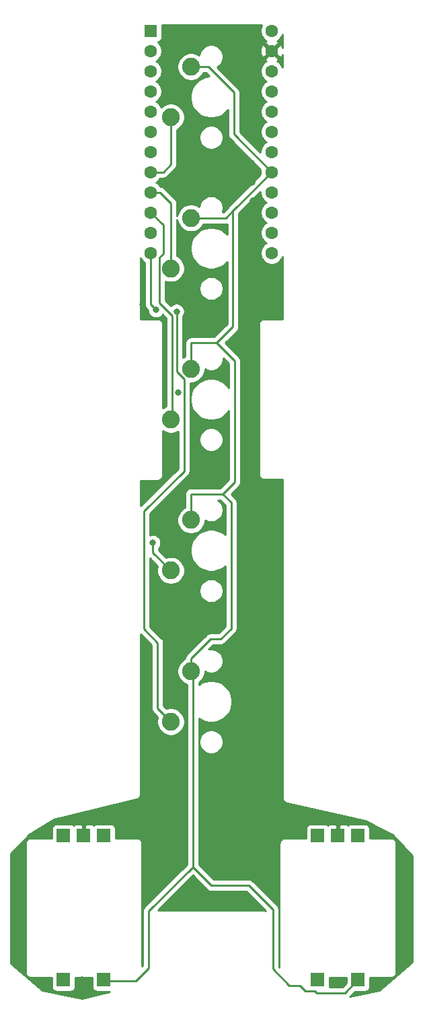
<source format=gbr>
%TF.GenerationSoftware,KiCad,Pcbnew,(5.1.6)-1*%
%TF.CreationDate,2022-03-28T18:13:33-05:00*%
%TF.ProjectId,PR-PCB,50522d50-4342-42e6-9b69-6361645f7063,rev?*%
%TF.SameCoordinates,Original*%
%TF.FileFunction,Copper,L1,Top*%
%TF.FilePolarity,Positive*%
%FSLAX46Y46*%
G04 Gerber Fmt 4.6, Leading zero omitted, Abs format (unit mm)*
G04 Created by KiCad (PCBNEW (5.1.6)-1) date 2022-03-28 18:13:33*
%MOMM*%
%LPD*%
G01*
G04 APERTURE LIST*
%TA.AperFunction,ComponentPad*%
%ADD10C,2.250000*%
%TD*%
%TA.AperFunction,ComponentPad*%
%ADD11C,1.600000*%
%TD*%
%TA.AperFunction,ComponentPad*%
%ADD12R,1.600000X1.600000*%
%TD*%
%TA.AperFunction,ComponentPad*%
%ADD13R,1.700000X1.700000*%
%TD*%
%TA.AperFunction,ViaPad*%
%ADD14C,0.800000*%
%TD*%
%TA.AperFunction,Conductor*%
%ADD15C,0.250000*%
%TD*%
%TA.AperFunction,Conductor*%
%ADD16C,0.254000*%
%TD*%
G04 APERTURE END LIST*
D10*
%TO.P,MX5,2*%
%TO.N,Net-(MX5-Pad2)*%
X4770000Y-12190000D03*
%TO.P,MX5,1*%
%TO.N,Net-(MX1-Pad1)*%
X7310000Y-5840000D03*
%TD*%
%TO.P,MX4,2*%
%TO.N,Net-(MX4-Pad2)*%
X4770000Y-31190000D03*
%TO.P,MX4,1*%
%TO.N,Net-(MX1-Pad1)*%
X7310000Y-24840000D03*
%TD*%
%TO.P,MX3,2*%
%TO.N,Net-(MX3-Pad2)*%
X4770000Y-50190000D03*
%TO.P,MX3,1*%
%TO.N,Net-(MX1-Pad1)*%
X7310000Y-43840000D03*
%TD*%
%TO.P,MX2,2*%
%TO.N,Net-(MX2-Pad2)*%
X4770000Y-69190000D03*
%TO.P,MX2,1*%
%TO.N,Net-(MX1-Pad1)*%
X7310000Y-62840000D03*
%TD*%
%TO.P,MX1,2*%
%TO.N,Net-(MX1-Pad2)*%
X4770000Y-88190000D03*
%TO.P,MX1,1*%
%TO.N,Net-(MX1-Pad1)*%
X7310000Y-81840000D03*
%TD*%
D11*
%TO.P,U1,24*%
%TO.N,Net-(U1-Pad24)*%
X17470000Y-1300000D03*
%TO.P,U1,23*%
%TO.N,GND*%
X17470000Y-3840000D03*
%TO.P,U1,22*%
%TO.N,Net-(U1-Pad22)*%
X17470000Y-6380000D03*
%TO.P,U1,21*%
%TO.N,Net-(U1-Pad21)*%
X17470000Y-8920000D03*
%TO.P,U1,20*%
%TO.N,Net-(U1-Pad20)*%
X17470000Y-11460000D03*
%TO.P,U1,19*%
%TO.N,Net-(SW2-PadA)*%
X17470000Y-14000000D03*
%TO.P,U1,18*%
%TO.N,Net-(SW2-PadB)*%
X17470000Y-16540000D03*
%TO.P,U1,17*%
%TO.N,Net-(MX1-Pad1)*%
X17470000Y-19080000D03*
%TO.P,U1,16*%
%TO.N,Net-(SW2-PadS2)*%
X17470000Y-21620000D03*
%TO.P,U1,15*%
%TO.N,Net-(SW1-PadS2)*%
X17470000Y-24160000D03*
%TO.P,U1,14*%
%TO.N,Net-(SW1-PadB)*%
X17470000Y-26700000D03*
%TO.P,U1,13*%
%TO.N,Net-(SW1-PadA)*%
X17470000Y-29240000D03*
%TO.P,U1,12*%
%TO.N,Net-(MX1-Pad2)*%
X2230000Y-29240000D03*
%TO.P,U1,11*%
%TO.N,Net-(MX2-Pad2)*%
X2230000Y-26700000D03*
%TO.P,U1,10*%
%TO.N,Net-(MX3-Pad2)*%
X2230000Y-24160000D03*
%TO.P,U1,9*%
%TO.N,Net-(MX4-Pad2)*%
X2230000Y-21620000D03*
%TO.P,U1,8*%
%TO.N,Net-(MX5-Pad2)*%
X2230000Y-19080000D03*
%TO.P,U1,7*%
%TO.N,Net-(U1-Pad7)*%
X2230000Y-16540000D03*
%TO.P,U1,6*%
%TO.N,Net-(U1-Pad6)*%
X2230000Y-14000000D03*
%TO.P,U1,5*%
%TO.N,Net-(U1-Pad5)*%
X2230000Y-11460000D03*
%TO.P,U1,4*%
%TO.N,Net-(U1-Pad4)*%
X2230000Y-8920000D03*
%TO.P,U1,3*%
%TO.N,Net-(U1-Pad3)*%
X2230000Y-6380000D03*
%TO.P,U1,2*%
%TO.N,Net-(U1-Pad2)*%
X2230000Y-3840000D03*
D12*
%TO.P,U1,1*%
%TO.N,Net-(U1-Pad1)*%
X2230000Y-1300000D03*
%TD*%
D13*
%TO.P,SW2,A*%
%TO.N,Net-(SW2-PadA)*%
X-8740000Y-102550000D03*
%TO.P,SW2,B*%
%TO.N,Net-(SW2-PadB)*%
X-3660000Y-102550000D03*
%TO.P,SW2,C*%
%TO.N,GND*%
X-6200000Y-102550000D03*
%TO.P,SW2,S2*%
%TO.N,Net-(SW2-PadS2)*%
X-8740000Y-120650000D03*
%TO.P,SW2,S1*%
%TO.N,Net-(MX1-Pad1)*%
X-3660000Y-120650000D03*
%TD*%
%TO.P,SW1,S1*%
%TO.N,Net-(MX1-Pad1)*%
X28340000Y-120650000D03*
%TO.P,SW1,S2*%
%TO.N,Net-(SW1-PadS2)*%
X23260000Y-120650000D03*
%TO.P,SW1,C*%
%TO.N,GND*%
X25800000Y-102550000D03*
%TO.P,SW1,B*%
%TO.N,Net-(SW1-PadB)*%
X28340000Y-102550000D03*
%TO.P,SW1,A*%
%TO.N,Net-(SW1-PadA)*%
X23260000Y-102550000D03*
%TD*%
D14*
%TO.N,Net-(MX1-Pad2)*%
X2900000Y-36400000D03*
X5500000Y-36600000D03*
%TO.N,Net-(MX2-Pad2)*%
X2500000Y-65700000D03*
%TO.N,GND*%
X5700000Y-85400000D03*
X6300000Y-66400000D03*
X5700000Y-46800000D03*
X7000000Y-27400000D03*
X6500000Y-9200000D03*
X15100000Y-3500000D03*
X15300000Y-12100000D03*
X18000000Y-33000000D03*
X4700000Y-20500000D03*
X4300000Y-4800000D03*
X4600000Y-33700000D03*
X1200000Y-35700000D03*
X19500000Y-99200000D03*
X31100000Y-102500000D03*
X16800000Y-102100000D03*
X-2400000Y-99600000D03*
X-14700000Y-111000000D03*
X34000000Y-111300000D03*
X18000000Y-94300000D03*
X12700000Y-16400000D03*
X10200000Y-104500000D03*
X10500000Y-96700000D03*
X14000000Y-104700000D03*
X8800000Y-36500000D03*
X2000000Y-59000000D03*
X14900000Y-17900000D03*
X15000000Y-20400000D03*
X15100000Y-22700000D03*
X15100000Y-25300000D03*
X15200000Y-28600000D03*
X-1200000Y-101700000D03*
X9200000Y-101700000D03*
X20900000Y-101600000D03*
X25700000Y-120700000D03*
X31000000Y-121000000D03*
X-6400000Y-120600000D03*
X-11300000Y-120800000D03*
X7400000Y-109000000D03*
X14300000Y-111000000D03*
%TD*%
D15*
%TO.N,Net-(MX1-Pad2)*%
X3092000Y-78255002D02*
X1380000Y-76543002D01*
X3092000Y-86512000D02*
X4770000Y-88190000D01*
X3092000Y-78255002D02*
X3092000Y-86512000D01*
X2230000Y-29240000D02*
X2230000Y-35730000D01*
X2230000Y-35730000D02*
X2900000Y-36400000D01*
X6425001Y-45101003D02*
X6425001Y-56674999D01*
X5500000Y-36600000D02*
X5500000Y-44176002D01*
X5500000Y-44176002D02*
X6425001Y-45101003D01*
X1380000Y-61720000D02*
X1380000Y-76543002D01*
X6425001Y-56674999D02*
X1380000Y-61720000D01*
%TO.N,Net-(MX1-Pad1)*%
X10535000Y-40565000D02*
X7310000Y-40565000D01*
X12600000Y-38500000D02*
X10535000Y-40565000D01*
X10535000Y-40565000D02*
X12800000Y-42830000D01*
X12800000Y-42830000D02*
X12800000Y-58050000D01*
X11285000Y-59565000D02*
X7310000Y-59565000D01*
X12800000Y-58050000D02*
X11285000Y-59565000D01*
X11285000Y-59565000D02*
X12350000Y-60630000D01*
X12350000Y-60630000D02*
X12350000Y-76500000D01*
X7310000Y-59565000D02*
X7310000Y-62840000D01*
X7310000Y-40565000D02*
X7310000Y-43840000D01*
X12600000Y-23950000D02*
X12600000Y-38500000D01*
X17470000Y-19080000D02*
X12600000Y-23950000D01*
X11710000Y-24840000D02*
X7310000Y-24840000D01*
X12600000Y-23950000D02*
X11710000Y-24840000D01*
X17470000Y-19080000D02*
X12700000Y-14310000D01*
X12700000Y-9068026D02*
X9471974Y-5840000D01*
X9471974Y-5840000D02*
X7310000Y-5840000D01*
X12700000Y-14310000D02*
X12700000Y-9068026D01*
X-3510000Y-120800000D02*
X400000Y-120800000D01*
X-3660000Y-120650000D02*
X-3510000Y-120800000D01*
X400000Y-120800000D02*
X2000000Y-119200000D01*
X2000000Y-119200000D02*
X2000000Y-112000000D01*
X7531099Y-106468901D02*
X7531099Y-82061099D01*
X7531099Y-82061099D02*
X7310000Y-81840000D01*
X2000000Y-112000000D02*
X7531099Y-106468901D01*
X7310000Y-81840000D02*
X7310000Y-80249010D01*
X7310000Y-80249010D02*
X9784010Y-77775000D01*
X12350000Y-76500000D02*
X11075000Y-77775000D01*
X9784010Y-77775000D02*
X11075000Y-77775000D01*
X14600000Y-108800000D02*
X9862198Y-108800000D01*
X9862198Y-108800000D02*
X7531099Y-106468901D01*
X17600000Y-111800000D02*
X14600000Y-108800000D01*
X17600000Y-119300000D02*
X17600000Y-111800000D01*
X19700000Y-121400000D02*
X17600000Y-119300000D01*
X21000000Y-121400000D02*
X19700000Y-121400000D01*
X26690000Y-122300000D02*
X23100000Y-122300000D01*
X28340000Y-120650000D02*
X26690000Y-122300000D01*
X23100000Y-122300000D02*
X22900000Y-122100000D01*
X22900000Y-122100000D02*
X21700000Y-122100000D01*
X21700000Y-122100000D02*
X21000000Y-121400000D01*
%TO.N,Net-(MX2-Pad2)*%
X2500000Y-66920000D02*
X4770000Y-69190000D01*
X2500000Y-65700000D02*
X2500000Y-66920000D01*
%TO.N,Net-(MX3-Pad2)*%
X3800000Y-25730000D02*
X2230000Y-24160000D01*
X3319999Y-29815003D02*
X3800000Y-29335002D01*
X3800000Y-29335002D02*
X3800000Y-25730000D01*
X3319999Y-29815003D02*
X3319999Y-35519999D01*
X4974999Y-49985001D02*
X4770000Y-50190000D01*
X4974999Y-37174999D02*
X4974999Y-49985001D01*
X3319999Y-35519999D02*
X4974999Y-37174999D01*
%TO.N,Net-(MX4-Pad2)*%
X4800000Y-31160000D02*
X4770000Y-31190000D01*
X4800000Y-23000000D02*
X4800000Y-31160000D01*
X2230000Y-21620000D02*
X3420000Y-21620000D01*
X3420000Y-21620000D02*
X4800000Y-23000000D01*
%TO.N,Net-(MX5-Pad2)*%
X4770000Y-12190000D02*
X4770000Y-18130000D01*
X3820000Y-19080000D02*
X2230000Y-19080000D01*
X4770000Y-18130000D02*
X3820000Y-19080000D01*
%TD*%
D16*
%TO.N,GND*%
G36*
X12040000Y-43144802D02*
G01*
X12040000Y-46195672D01*
X11892000Y-45974174D01*
X11525826Y-45608000D01*
X11095251Y-45320299D01*
X10616822Y-45122127D01*
X10108924Y-45021100D01*
X9591076Y-45021100D01*
X9083178Y-45122127D01*
X8604749Y-45320299D01*
X8174174Y-45608000D01*
X7808000Y-45974174D01*
X7520299Y-46404749D01*
X7322127Y-46883178D01*
X7221100Y-47391076D01*
X7221100Y-47908924D01*
X7322127Y-48416822D01*
X7520299Y-48895251D01*
X7808000Y-49325826D01*
X8174174Y-49692000D01*
X8604749Y-49979701D01*
X9083178Y-50177873D01*
X9591076Y-50278900D01*
X10108924Y-50278900D01*
X10616822Y-50177873D01*
X11095251Y-49979701D01*
X11525826Y-49692000D01*
X11892000Y-49325826D01*
X12040000Y-49104328D01*
X12040001Y-57735197D01*
X10970199Y-58805000D01*
X7347333Y-58805000D01*
X7310000Y-58801323D01*
X7272667Y-58805000D01*
X7161014Y-58815997D01*
X7017753Y-58859454D01*
X6885724Y-58930026D01*
X6769999Y-59024999D01*
X6675026Y-59140724D01*
X6604454Y-59272753D01*
X6560997Y-59416014D01*
X6546323Y-59565000D01*
X6550000Y-59602333D01*
X6550001Y-61249792D01*
X6476327Y-61280308D01*
X6188065Y-61472919D01*
X5942919Y-61718065D01*
X5750308Y-62006327D01*
X5617636Y-62326627D01*
X5550000Y-62666655D01*
X5550000Y-63013345D01*
X5617636Y-63353373D01*
X5750308Y-63673673D01*
X5942919Y-63961935D01*
X6188065Y-64207081D01*
X6476327Y-64399692D01*
X6796627Y-64532364D01*
X7136655Y-64600000D01*
X7483345Y-64600000D01*
X7823373Y-64532364D01*
X8143673Y-64399692D01*
X8431935Y-64207081D01*
X8677081Y-63961935D01*
X8869692Y-63673673D01*
X9002364Y-63353373D01*
X9070000Y-63013345D01*
X9070000Y-62864882D01*
X9134747Y-62908144D01*
X9409549Y-63021971D01*
X9701278Y-63080000D01*
X9998722Y-63080000D01*
X10290451Y-63021971D01*
X10565253Y-62908144D01*
X10812569Y-62742893D01*
X11022893Y-62532569D01*
X11188144Y-62285253D01*
X11301971Y-62010451D01*
X11360000Y-61718722D01*
X11360000Y-61421278D01*
X11301971Y-61129549D01*
X11188144Y-60854747D01*
X11022893Y-60607431D01*
X10812569Y-60397107D01*
X10704653Y-60325000D01*
X10970199Y-60325000D01*
X11590000Y-60944803D01*
X11590000Y-64672174D01*
X11525826Y-64608000D01*
X11095251Y-64320299D01*
X10616822Y-64122127D01*
X10108924Y-64021100D01*
X9591076Y-64021100D01*
X9083178Y-64122127D01*
X8604749Y-64320299D01*
X8174174Y-64608000D01*
X7808000Y-64974174D01*
X7520299Y-65404749D01*
X7322127Y-65883178D01*
X7221100Y-66391076D01*
X7221100Y-66908924D01*
X7322127Y-67416822D01*
X7520299Y-67895251D01*
X7808000Y-68325826D01*
X8174174Y-68692000D01*
X8604749Y-68979701D01*
X9083178Y-69177873D01*
X9591076Y-69278900D01*
X10108924Y-69278900D01*
X10616822Y-69177873D01*
X11095251Y-68979701D01*
X11525826Y-68692000D01*
X11590001Y-68627825D01*
X11590001Y-76185197D01*
X10760199Y-77015000D01*
X9821332Y-77015000D01*
X9784009Y-77011324D01*
X9746686Y-77015000D01*
X9746677Y-77015000D01*
X9635024Y-77025997D01*
X9491763Y-77069454D01*
X9359734Y-77140026D01*
X9359732Y-77140027D01*
X9359733Y-77140027D01*
X9273006Y-77211201D01*
X9273002Y-77211205D01*
X9244009Y-77234999D01*
X9220215Y-77263992D01*
X6798998Y-79685211D01*
X6770000Y-79709009D01*
X6746202Y-79738007D01*
X6746201Y-79738008D01*
X6675026Y-79824734D01*
X6604454Y-79956764D01*
X6560998Y-80100025D01*
X6546324Y-80249010D01*
X6546542Y-80251224D01*
X6476327Y-80280308D01*
X6188065Y-80472919D01*
X5942919Y-80718065D01*
X5750308Y-81006327D01*
X5617636Y-81326627D01*
X5550000Y-81666655D01*
X5550000Y-82013345D01*
X5617636Y-82353373D01*
X5750308Y-82673673D01*
X5942919Y-82961935D01*
X6188065Y-83207081D01*
X6476327Y-83399692D01*
X6771100Y-83521790D01*
X6771099Y-106154099D01*
X1488998Y-111436201D01*
X1460000Y-111459999D01*
X1436202Y-111488997D01*
X1436201Y-111488998D01*
X1365026Y-111575724D01*
X1294454Y-111707754D01*
X1277797Y-111762667D01*
X1250998Y-111851014D01*
X1241293Y-111949550D01*
X1236324Y-112000000D01*
X1240001Y-112037332D01*
X1240000Y-118885198D01*
X1160000Y-118965198D01*
X1160000Y-103532419D01*
X1163193Y-103500000D01*
X1150450Y-103370617D01*
X1112710Y-103246207D01*
X1051425Y-103131550D01*
X968948Y-103031052D01*
X868450Y-102948575D01*
X753793Y-102887290D01*
X629383Y-102849550D01*
X532419Y-102840000D01*
X500000Y-102836807D01*
X467581Y-102840000D01*
X-2171928Y-102840000D01*
X-2171928Y-101700000D01*
X-2184188Y-101575518D01*
X-2220498Y-101455820D01*
X-2279463Y-101345506D01*
X-2358815Y-101248815D01*
X-2455506Y-101169463D01*
X-2565820Y-101110498D01*
X-2685518Y-101074188D01*
X-2810000Y-101061928D01*
X-4510000Y-101061928D01*
X-4634482Y-101074188D01*
X-4754180Y-101110498D01*
X-4864494Y-101169463D01*
X-4930000Y-101223222D01*
X-4995506Y-101169463D01*
X-5105820Y-101110498D01*
X-5225518Y-101074188D01*
X-5350000Y-101061928D01*
X-5914250Y-101065000D01*
X-6073000Y-101223750D01*
X-6073000Y-102423000D01*
X-6053000Y-102423000D01*
X-6053000Y-102677000D01*
X-6073000Y-102677000D01*
X-6073000Y-102697000D01*
X-6327000Y-102697000D01*
X-6327000Y-102677000D01*
X-6347000Y-102677000D01*
X-6347000Y-102423000D01*
X-6327000Y-102423000D01*
X-6327000Y-101223750D01*
X-6485750Y-101065000D01*
X-7050000Y-101061928D01*
X-7174482Y-101074188D01*
X-7294180Y-101110498D01*
X-7404494Y-101169463D01*
X-7470000Y-101223222D01*
X-7535506Y-101169463D01*
X-7645820Y-101110498D01*
X-7765518Y-101074188D01*
X-7890000Y-101061928D01*
X-9590000Y-101061928D01*
X-9714482Y-101074188D01*
X-9834180Y-101110498D01*
X-9944494Y-101169463D01*
X-10041185Y-101248815D01*
X-10120537Y-101345506D01*
X-10179502Y-101455820D01*
X-10215812Y-101575518D01*
X-10228072Y-101700000D01*
X-10228072Y-102840000D01*
X-12867581Y-102840000D01*
X-12900000Y-102836807D01*
X-12932419Y-102840000D01*
X-13029383Y-102849550D01*
X-13153793Y-102887290D01*
X-13268450Y-102948575D01*
X-13368948Y-103031052D01*
X-13451425Y-103131550D01*
X-13512710Y-103246207D01*
X-13550450Y-103370617D01*
X-13563193Y-103500000D01*
X-13560000Y-103532419D01*
X-13559999Y-119667571D01*
X-13563193Y-119700000D01*
X-13550450Y-119829383D01*
X-13512710Y-119953793D01*
X-13451425Y-120068450D01*
X-13368948Y-120168948D01*
X-13268450Y-120251425D01*
X-13153793Y-120312710D01*
X-13029383Y-120350450D01*
X-12932419Y-120360000D01*
X-12900000Y-120363193D01*
X-12867581Y-120360000D01*
X-10228072Y-120360000D01*
X-10228072Y-121500000D01*
X-10215812Y-121624482D01*
X-10179502Y-121744180D01*
X-10120537Y-121854494D01*
X-10041185Y-121951185D01*
X-9944494Y-122030537D01*
X-9834180Y-122089502D01*
X-9714482Y-122125812D01*
X-9590000Y-122138072D01*
X-7890000Y-122138072D01*
X-7765518Y-122125812D01*
X-7645820Y-122089502D01*
X-7535506Y-122030537D01*
X-7438815Y-121951185D01*
X-7359463Y-121854494D01*
X-7300498Y-121744180D01*
X-7264188Y-121624482D01*
X-7251928Y-121500000D01*
X-7251928Y-120360000D01*
X-5148072Y-120360000D01*
X-5148072Y-121500000D01*
X-5135812Y-121624482D01*
X-5099502Y-121744180D01*
X-5040537Y-121854494D01*
X-4961185Y-121951185D01*
X-4864494Y-122030537D01*
X-4754180Y-122089502D01*
X-4634482Y-122125812D01*
X-4510000Y-122138072D01*
X-2927766Y-122138072D01*
X-6414845Y-123022853D01*
X-11398836Y-121988441D01*
X-15340000Y-118597208D01*
X-15340000Y-104766115D01*
X-12986408Y-102322000D01*
X-9946804Y-100517236D01*
X412258Y-97952137D01*
X429382Y-97950450D01*
X475200Y-97936551D01*
X490106Y-97932860D01*
X506262Y-97927128D01*
X553792Y-97912710D01*
X567390Y-97905442D01*
X581931Y-97900283D01*
X624634Y-97874845D01*
X668449Y-97851425D01*
X680369Y-97841642D01*
X693623Y-97833747D01*
X730539Y-97800470D01*
X768948Y-97768948D01*
X778733Y-97757025D01*
X790188Y-97746699D01*
X819895Y-97706869D01*
X851425Y-97668450D01*
X858696Y-97654847D01*
X867916Y-97642485D01*
X889283Y-97597623D01*
X912710Y-97553793D01*
X917188Y-97539032D01*
X923819Y-97525109D01*
X936021Y-97476950D01*
X950450Y-97429383D01*
X951962Y-97414028D01*
X955749Y-97399082D01*
X958321Y-97349470D01*
X960000Y-97332419D01*
X960000Y-97317072D01*
X962479Y-97269248D01*
X960000Y-97252219D01*
X960000Y-77197803D01*
X2332000Y-78569804D01*
X2332001Y-86474668D01*
X2328324Y-86512000D01*
X2332001Y-86549333D01*
X2339977Y-86630308D01*
X2342998Y-86660985D01*
X2386454Y-86804246D01*
X2457026Y-86936276D01*
X2528201Y-87023002D01*
X2552000Y-87052001D01*
X2580998Y-87075799D01*
X3108152Y-87602954D01*
X3077636Y-87676627D01*
X3010000Y-88016655D01*
X3010000Y-88363345D01*
X3077636Y-88703373D01*
X3210308Y-89023673D01*
X3402919Y-89311935D01*
X3648065Y-89557081D01*
X3936327Y-89749692D01*
X4256627Y-89882364D01*
X4596655Y-89950000D01*
X4943345Y-89950000D01*
X5283373Y-89882364D01*
X5603673Y-89749692D01*
X5891935Y-89557081D01*
X6137081Y-89311935D01*
X6329692Y-89023673D01*
X6462364Y-88703373D01*
X6530000Y-88363345D01*
X6530000Y-88016655D01*
X6462364Y-87676627D01*
X6329692Y-87356327D01*
X6137081Y-87068065D01*
X5891935Y-86822919D01*
X5603673Y-86630308D01*
X5283373Y-86497636D01*
X4943345Y-86430000D01*
X4596655Y-86430000D01*
X4256627Y-86497636D01*
X4182954Y-86528152D01*
X3852000Y-86197199D01*
X3852000Y-78292335D01*
X3855677Y-78255002D01*
X3841003Y-78106016D01*
X3797546Y-77962755D01*
X3726974Y-77830726D01*
X3655799Y-77743999D01*
X3632001Y-77715001D01*
X3603004Y-77691204D01*
X2140000Y-76228201D01*
X2140000Y-71581278D01*
X8340000Y-71581278D01*
X8340000Y-71878722D01*
X8398029Y-72170451D01*
X8511856Y-72445253D01*
X8677107Y-72692569D01*
X8887431Y-72902893D01*
X9134747Y-73068144D01*
X9409549Y-73181971D01*
X9701278Y-73240000D01*
X9998722Y-73240000D01*
X10290451Y-73181971D01*
X10565253Y-73068144D01*
X10812569Y-72902893D01*
X11022893Y-72692569D01*
X11188144Y-72445253D01*
X11301971Y-72170451D01*
X11360000Y-71878722D01*
X11360000Y-71581278D01*
X11301971Y-71289549D01*
X11188144Y-71014747D01*
X11022893Y-70767431D01*
X10812569Y-70557107D01*
X10565253Y-70391856D01*
X10290451Y-70278029D01*
X9998722Y-70220000D01*
X9701278Y-70220000D01*
X9409549Y-70278029D01*
X9134747Y-70391856D01*
X8887431Y-70557107D01*
X8677107Y-70767431D01*
X8511856Y-71014747D01*
X8398029Y-71289549D01*
X8340000Y-71581278D01*
X2140000Y-71581278D01*
X2140000Y-67634801D01*
X3108152Y-68602954D01*
X3077636Y-68676627D01*
X3010000Y-69016655D01*
X3010000Y-69363345D01*
X3077636Y-69703373D01*
X3210308Y-70023673D01*
X3402919Y-70311935D01*
X3648065Y-70557081D01*
X3936327Y-70749692D01*
X4256627Y-70882364D01*
X4596655Y-70950000D01*
X4943345Y-70950000D01*
X5283373Y-70882364D01*
X5603673Y-70749692D01*
X5891935Y-70557081D01*
X6137081Y-70311935D01*
X6329692Y-70023673D01*
X6462364Y-69703373D01*
X6530000Y-69363345D01*
X6530000Y-69016655D01*
X6462364Y-68676627D01*
X6329692Y-68356327D01*
X6137081Y-68068065D01*
X5891935Y-67822919D01*
X5603673Y-67630308D01*
X5283373Y-67497636D01*
X4943345Y-67430000D01*
X4596655Y-67430000D01*
X4256627Y-67497636D01*
X4182954Y-67528152D01*
X3260000Y-66605199D01*
X3260000Y-66403711D01*
X3303937Y-66359774D01*
X3417205Y-66190256D01*
X3495226Y-66001898D01*
X3535000Y-65801939D01*
X3535000Y-65598061D01*
X3495226Y-65398102D01*
X3417205Y-65209744D01*
X3303937Y-65040226D01*
X3159774Y-64896063D01*
X2990256Y-64782795D01*
X2801898Y-64704774D01*
X2601939Y-64665000D01*
X2398061Y-64665000D01*
X2198102Y-64704774D01*
X2140000Y-64728841D01*
X2140000Y-62034801D01*
X6936004Y-57238798D01*
X6965002Y-57215000D01*
X7059975Y-57099275D01*
X7130547Y-56967246D01*
X7174004Y-56823985D01*
X7185001Y-56712332D01*
X7185001Y-56712322D01*
X7188677Y-56674999D01*
X7185001Y-56637676D01*
X7185001Y-52581278D01*
X8340000Y-52581278D01*
X8340000Y-52878722D01*
X8398029Y-53170451D01*
X8511856Y-53445253D01*
X8677107Y-53692569D01*
X8887431Y-53902893D01*
X9134747Y-54068144D01*
X9409549Y-54181971D01*
X9701278Y-54240000D01*
X9998722Y-54240000D01*
X10290451Y-54181971D01*
X10565253Y-54068144D01*
X10812569Y-53902893D01*
X11022893Y-53692569D01*
X11188144Y-53445253D01*
X11301971Y-53170451D01*
X11360000Y-52878722D01*
X11360000Y-52581278D01*
X11301971Y-52289549D01*
X11188144Y-52014747D01*
X11022893Y-51767431D01*
X10812569Y-51557107D01*
X10565253Y-51391856D01*
X10290451Y-51278029D01*
X9998722Y-51220000D01*
X9701278Y-51220000D01*
X9409549Y-51278029D01*
X9134747Y-51391856D01*
X8887431Y-51557107D01*
X8677107Y-51767431D01*
X8511856Y-52014747D01*
X8398029Y-52289549D01*
X8340000Y-52581278D01*
X7185001Y-52581278D01*
X7185001Y-45600000D01*
X7483345Y-45600000D01*
X7823373Y-45532364D01*
X8143673Y-45399692D01*
X8431935Y-45207081D01*
X8677081Y-44961935D01*
X8869692Y-44673673D01*
X9002364Y-44353373D01*
X9070000Y-44013345D01*
X9070000Y-43864882D01*
X9134747Y-43908144D01*
X9409549Y-44021971D01*
X9701278Y-44080000D01*
X9998722Y-44080000D01*
X10290451Y-44021971D01*
X10565253Y-43908144D01*
X10812569Y-43742893D01*
X11022893Y-43532569D01*
X11188144Y-43285253D01*
X11301971Y-43010451D01*
X11360000Y-42718722D01*
X11360000Y-42464802D01*
X12040000Y-43144802D01*
G37*
X12040000Y-43144802D02*
X12040000Y-46195672D01*
X11892000Y-45974174D01*
X11525826Y-45608000D01*
X11095251Y-45320299D01*
X10616822Y-45122127D01*
X10108924Y-45021100D01*
X9591076Y-45021100D01*
X9083178Y-45122127D01*
X8604749Y-45320299D01*
X8174174Y-45608000D01*
X7808000Y-45974174D01*
X7520299Y-46404749D01*
X7322127Y-46883178D01*
X7221100Y-47391076D01*
X7221100Y-47908924D01*
X7322127Y-48416822D01*
X7520299Y-48895251D01*
X7808000Y-49325826D01*
X8174174Y-49692000D01*
X8604749Y-49979701D01*
X9083178Y-50177873D01*
X9591076Y-50278900D01*
X10108924Y-50278900D01*
X10616822Y-50177873D01*
X11095251Y-49979701D01*
X11525826Y-49692000D01*
X11892000Y-49325826D01*
X12040000Y-49104328D01*
X12040001Y-57735197D01*
X10970199Y-58805000D01*
X7347333Y-58805000D01*
X7310000Y-58801323D01*
X7272667Y-58805000D01*
X7161014Y-58815997D01*
X7017753Y-58859454D01*
X6885724Y-58930026D01*
X6769999Y-59024999D01*
X6675026Y-59140724D01*
X6604454Y-59272753D01*
X6560997Y-59416014D01*
X6546323Y-59565000D01*
X6550000Y-59602333D01*
X6550001Y-61249792D01*
X6476327Y-61280308D01*
X6188065Y-61472919D01*
X5942919Y-61718065D01*
X5750308Y-62006327D01*
X5617636Y-62326627D01*
X5550000Y-62666655D01*
X5550000Y-63013345D01*
X5617636Y-63353373D01*
X5750308Y-63673673D01*
X5942919Y-63961935D01*
X6188065Y-64207081D01*
X6476327Y-64399692D01*
X6796627Y-64532364D01*
X7136655Y-64600000D01*
X7483345Y-64600000D01*
X7823373Y-64532364D01*
X8143673Y-64399692D01*
X8431935Y-64207081D01*
X8677081Y-63961935D01*
X8869692Y-63673673D01*
X9002364Y-63353373D01*
X9070000Y-63013345D01*
X9070000Y-62864882D01*
X9134747Y-62908144D01*
X9409549Y-63021971D01*
X9701278Y-63080000D01*
X9998722Y-63080000D01*
X10290451Y-63021971D01*
X10565253Y-62908144D01*
X10812569Y-62742893D01*
X11022893Y-62532569D01*
X11188144Y-62285253D01*
X11301971Y-62010451D01*
X11360000Y-61718722D01*
X11360000Y-61421278D01*
X11301971Y-61129549D01*
X11188144Y-60854747D01*
X11022893Y-60607431D01*
X10812569Y-60397107D01*
X10704653Y-60325000D01*
X10970199Y-60325000D01*
X11590000Y-60944803D01*
X11590000Y-64672174D01*
X11525826Y-64608000D01*
X11095251Y-64320299D01*
X10616822Y-64122127D01*
X10108924Y-64021100D01*
X9591076Y-64021100D01*
X9083178Y-64122127D01*
X8604749Y-64320299D01*
X8174174Y-64608000D01*
X7808000Y-64974174D01*
X7520299Y-65404749D01*
X7322127Y-65883178D01*
X7221100Y-66391076D01*
X7221100Y-66908924D01*
X7322127Y-67416822D01*
X7520299Y-67895251D01*
X7808000Y-68325826D01*
X8174174Y-68692000D01*
X8604749Y-68979701D01*
X9083178Y-69177873D01*
X9591076Y-69278900D01*
X10108924Y-69278900D01*
X10616822Y-69177873D01*
X11095251Y-68979701D01*
X11525826Y-68692000D01*
X11590001Y-68627825D01*
X11590001Y-76185197D01*
X10760199Y-77015000D01*
X9821332Y-77015000D01*
X9784009Y-77011324D01*
X9746686Y-77015000D01*
X9746677Y-77015000D01*
X9635024Y-77025997D01*
X9491763Y-77069454D01*
X9359734Y-77140026D01*
X9359732Y-77140027D01*
X9359733Y-77140027D01*
X9273006Y-77211201D01*
X9273002Y-77211205D01*
X9244009Y-77234999D01*
X9220215Y-77263992D01*
X6798998Y-79685211D01*
X6770000Y-79709009D01*
X6746202Y-79738007D01*
X6746201Y-79738008D01*
X6675026Y-79824734D01*
X6604454Y-79956764D01*
X6560998Y-80100025D01*
X6546324Y-80249010D01*
X6546542Y-80251224D01*
X6476327Y-80280308D01*
X6188065Y-80472919D01*
X5942919Y-80718065D01*
X5750308Y-81006327D01*
X5617636Y-81326627D01*
X5550000Y-81666655D01*
X5550000Y-82013345D01*
X5617636Y-82353373D01*
X5750308Y-82673673D01*
X5942919Y-82961935D01*
X6188065Y-83207081D01*
X6476327Y-83399692D01*
X6771100Y-83521790D01*
X6771099Y-106154099D01*
X1488998Y-111436201D01*
X1460000Y-111459999D01*
X1436202Y-111488997D01*
X1436201Y-111488998D01*
X1365026Y-111575724D01*
X1294454Y-111707754D01*
X1277797Y-111762667D01*
X1250998Y-111851014D01*
X1241293Y-111949550D01*
X1236324Y-112000000D01*
X1240001Y-112037332D01*
X1240000Y-118885198D01*
X1160000Y-118965198D01*
X1160000Y-103532419D01*
X1163193Y-103500000D01*
X1150450Y-103370617D01*
X1112710Y-103246207D01*
X1051425Y-103131550D01*
X968948Y-103031052D01*
X868450Y-102948575D01*
X753793Y-102887290D01*
X629383Y-102849550D01*
X532419Y-102840000D01*
X500000Y-102836807D01*
X467581Y-102840000D01*
X-2171928Y-102840000D01*
X-2171928Y-101700000D01*
X-2184188Y-101575518D01*
X-2220498Y-101455820D01*
X-2279463Y-101345506D01*
X-2358815Y-101248815D01*
X-2455506Y-101169463D01*
X-2565820Y-101110498D01*
X-2685518Y-101074188D01*
X-2810000Y-101061928D01*
X-4510000Y-101061928D01*
X-4634482Y-101074188D01*
X-4754180Y-101110498D01*
X-4864494Y-101169463D01*
X-4930000Y-101223222D01*
X-4995506Y-101169463D01*
X-5105820Y-101110498D01*
X-5225518Y-101074188D01*
X-5350000Y-101061928D01*
X-5914250Y-101065000D01*
X-6073000Y-101223750D01*
X-6073000Y-102423000D01*
X-6053000Y-102423000D01*
X-6053000Y-102677000D01*
X-6073000Y-102677000D01*
X-6073000Y-102697000D01*
X-6327000Y-102697000D01*
X-6327000Y-102677000D01*
X-6347000Y-102677000D01*
X-6347000Y-102423000D01*
X-6327000Y-102423000D01*
X-6327000Y-101223750D01*
X-6485750Y-101065000D01*
X-7050000Y-101061928D01*
X-7174482Y-101074188D01*
X-7294180Y-101110498D01*
X-7404494Y-101169463D01*
X-7470000Y-101223222D01*
X-7535506Y-101169463D01*
X-7645820Y-101110498D01*
X-7765518Y-101074188D01*
X-7890000Y-101061928D01*
X-9590000Y-101061928D01*
X-9714482Y-101074188D01*
X-9834180Y-101110498D01*
X-9944494Y-101169463D01*
X-10041185Y-101248815D01*
X-10120537Y-101345506D01*
X-10179502Y-101455820D01*
X-10215812Y-101575518D01*
X-10228072Y-101700000D01*
X-10228072Y-102840000D01*
X-12867581Y-102840000D01*
X-12900000Y-102836807D01*
X-12932419Y-102840000D01*
X-13029383Y-102849550D01*
X-13153793Y-102887290D01*
X-13268450Y-102948575D01*
X-13368948Y-103031052D01*
X-13451425Y-103131550D01*
X-13512710Y-103246207D01*
X-13550450Y-103370617D01*
X-13563193Y-103500000D01*
X-13560000Y-103532419D01*
X-13559999Y-119667571D01*
X-13563193Y-119700000D01*
X-13550450Y-119829383D01*
X-13512710Y-119953793D01*
X-13451425Y-120068450D01*
X-13368948Y-120168948D01*
X-13268450Y-120251425D01*
X-13153793Y-120312710D01*
X-13029383Y-120350450D01*
X-12932419Y-120360000D01*
X-12900000Y-120363193D01*
X-12867581Y-120360000D01*
X-10228072Y-120360000D01*
X-10228072Y-121500000D01*
X-10215812Y-121624482D01*
X-10179502Y-121744180D01*
X-10120537Y-121854494D01*
X-10041185Y-121951185D01*
X-9944494Y-122030537D01*
X-9834180Y-122089502D01*
X-9714482Y-122125812D01*
X-9590000Y-122138072D01*
X-7890000Y-122138072D01*
X-7765518Y-122125812D01*
X-7645820Y-122089502D01*
X-7535506Y-122030537D01*
X-7438815Y-121951185D01*
X-7359463Y-121854494D01*
X-7300498Y-121744180D01*
X-7264188Y-121624482D01*
X-7251928Y-121500000D01*
X-7251928Y-120360000D01*
X-5148072Y-120360000D01*
X-5148072Y-121500000D01*
X-5135812Y-121624482D01*
X-5099502Y-121744180D01*
X-5040537Y-121854494D01*
X-4961185Y-121951185D01*
X-4864494Y-122030537D01*
X-4754180Y-122089502D01*
X-4634482Y-122125812D01*
X-4510000Y-122138072D01*
X-2927766Y-122138072D01*
X-6414845Y-123022853D01*
X-11398836Y-121988441D01*
X-15340000Y-118597208D01*
X-15340000Y-104766115D01*
X-12986408Y-102322000D01*
X-9946804Y-100517236D01*
X412258Y-97952137D01*
X429382Y-97950450D01*
X475200Y-97936551D01*
X490106Y-97932860D01*
X506262Y-97927128D01*
X553792Y-97912710D01*
X567390Y-97905442D01*
X581931Y-97900283D01*
X624634Y-97874845D01*
X668449Y-97851425D01*
X680369Y-97841642D01*
X693623Y-97833747D01*
X730539Y-97800470D01*
X768948Y-97768948D01*
X778733Y-97757025D01*
X790188Y-97746699D01*
X819895Y-97706869D01*
X851425Y-97668450D01*
X858696Y-97654847D01*
X867916Y-97642485D01*
X889283Y-97597623D01*
X912710Y-97553793D01*
X917188Y-97539032D01*
X923819Y-97525109D01*
X936021Y-97476950D01*
X950450Y-97429383D01*
X951962Y-97414028D01*
X955749Y-97399082D01*
X958321Y-97349470D01*
X960000Y-97332419D01*
X960000Y-97317072D01*
X962479Y-97269248D01*
X960000Y-97252219D01*
X960000Y-77197803D01*
X2332000Y-78569804D01*
X2332001Y-86474668D01*
X2328324Y-86512000D01*
X2332001Y-86549333D01*
X2339977Y-86630308D01*
X2342998Y-86660985D01*
X2386454Y-86804246D01*
X2457026Y-86936276D01*
X2528201Y-87023002D01*
X2552000Y-87052001D01*
X2580998Y-87075799D01*
X3108152Y-87602954D01*
X3077636Y-87676627D01*
X3010000Y-88016655D01*
X3010000Y-88363345D01*
X3077636Y-88703373D01*
X3210308Y-89023673D01*
X3402919Y-89311935D01*
X3648065Y-89557081D01*
X3936327Y-89749692D01*
X4256627Y-89882364D01*
X4596655Y-89950000D01*
X4943345Y-89950000D01*
X5283373Y-89882364D01*
X5603673Y-89749692D01*
X5891935Y-89557081D01*
X6137081Y-89311935D01*
X6329692Y-89023673D01*
X6462364Y-88703373D01*
X6530000Y-88363345D01*
X6530000Y-88016655D01*
X6462364Y-87676627D01*
X6329692Y-87356327D01*
X6137081Y-87068065D01*
X5891935Y-86822919D01*
X5603673Y-86630308D01*
X5283373Y-86497636D01*
X4943345Y-86430000D01*
X4596655Y-86430000D01*
X4256627Y-86497636D01*
X4182954Y-86528152D01*
X3852000Y-86197199D01*
X3852000Y-78292335D01*
X3855677Y-78255002D01*
X3841003Y-78106016D01*
X3797546Y-77962755D01*
X3726974Y-77830726D01*
X3655799Y-77743999D01*
X3632001Y-77715001D01*
X3603004Y-77691204D01*
X2140000Y-76228201D01*
X2140000Y-71581278D01*
X8340000Y-71581278D01*
X8340000Y-71878722D01*
X8398029Y-72170451D01*
X8511856Y-72445253D01*
X8677107Y-72692569D01*
X8887431Y-72902893D01*
X9134747Y-73068144D01*
X9409549Y-73181971D01*
X9701278Y-73240000D01*
X9998722Y-73240000D01*
X10290451Y-73181971D01*
X10565253Y-73068144D01*
X10812569Y-72902893D01*
X11022893Y-72692569D01*
X11188144Y-72445253D01*
X11301971Y-72170451D01*
X11360000Y-71878722D01*
X11360000Y-71581278D01*
X11301971Y-71289549D01*
X11188144Y-71014747D01*
X11022893Y-70767431D01*
X10812569Y-70557107D01*
X10565253Y-70391856D01*
X10290451Y-70278029D01*
X9998722Y-70220000D01*
X9701278Y-70220000D01*
X9409549Y-70278029D01*
X9134747Y-70391856D01*
X8887431Y-70557107D01*
X8677107Y-70767431D01*
X8511856Y-71014747D01*
X8398029Y-71289549D01*
X8340000Y-71581278D01*
X2140000Y-71581278D01*
X2140000Y-67634801D01*
X3108152Y-68602954D01*
X3077636Y-68676627D01*
X3010000Y-69016655D01*
X3010000Y-69363345D01*
X3077636Y-69703373D01*
X3210308Y-70023673D01*
X3402919Y-70311935D01*
X3648065Y-70557081D01*
X3936327Y-70749692D01*
X4256627Y-70882364D01*
X4596655Y-70950000D01*
X4943345Y-70950000D01*
X5283373Y-70882364D01*
X5603673Y-70749692D01*
X5891935Y-70557081D01*
X6137081Y-70311935D01*
X6329692Y-70023673D01*
X6462364Y-69703373D01*
X6530000Y-69363345D01*
X6530000Y-69016655D01*
X6462364Y-68676627D01*
X6329692Y-68356327D01*
X6137081Y-68068065D01*
X5891935Y-67822919D01*
X5603673Y-67630308D01*
X5283373Y-67497636D01*
X4943345Y-67430000D01*
X4596655Y-67430000D01*
X4256627Y-67497636D01*
X4182954Y-67528152D01*
X3260000Y-66605199D01*
X3260000Y-66403711D01*
X3303937Y-66359774D01*
X3417205Y-66190256D01*
X3495226Y-66001898D01*
X3535000Y-65801939D01*
X3535000Y-65598061D01*
X3495226Y-65398102D01*
X3417205Y-65209744D01*
X3303937Y-65040226D01*
X3159774Y-64896063D01*
X2990256Y-64782795D01*
X2801898Y-64704774D01*
X2601939Y-64665000D01*
X2398061Y-64665000D01*
X2198102Y-64704774D01*
X2140000Y-64728841D01*
X2140000Y-62034801D01*
X6936004Y-57238798D01*
X6965002Y-57215000D01*
X7059975Y-57099275D01*
X7130547Y-56967246D01*
X7174004Y-56823985D01*
X7185001Y-56712332D01*
X7185001Y-56712322D01*
X7188677Y-56674999D01*
X7185001Y-56637676D01*
X7185001Y-52581278D01*
X8340000Y-52581278D01*
X8340000Y-52878722D01*
X8398029Y-53170451D01*
X8511856Y-53445253D01*
X8677107Y-53692569D01*
X8887431Y-53902893D01*
X9134747Y-54068144D01*
X9409549Y-54181971D01*
X9701278Y-54240000D01*
X9998722Y-54240000D01*
X10290451Y-54181971D01*
X10565253Y-54068144D01*
X10812569Y-53902893D01*
X11022893Y-53692569D01*
X11188144Y-53445253D01*
X11301971Y-53170451D01*
X11360000Y-52878722D01*
X11360000Y-52581278D01*
X11301971Y-52289549D01*
X11188144Y-52014747D01*
X11022893Y-51767431D01*
X10812569Y-51557107D01*
X10565253Y-51391856D01*
X10290451Y-51278029D01*
X9998722Y-51220000D01*
X9701278Y-51220000D01*
X9409549Y-51278029D01*
X9134747Y-51391856D01*
X8887431Y-51557107D01*
X8677107Y-51767431D01*
X8511856Y-52014747D01*
X8398029Y-52289549D01*
X8340000Y-52581278D01*
X7185001Y-52581278D01*
X7185001Y-45600000D01*
X7483345Y-45600000D01*
X7823373Y-45532364D01*
X8143673Y-45399692D01*
X8431935Y-45207081D01*
X8677081Y-44961935D01*
X8869692Y-44673673D01*
X9002364Y-44353373D01*
X9070000Y-44013345D01*
X9070000Y-43864882D01*
X9134747Y-43908144D01*
X9409549Y-44021971D01*
X9701278Y-44080000D01*
X9998722Y-44080000D01*
X10290451Y-44021971D01*
X10565253Y-43908144D01*
X10812569Y-43742893D01*
X11022893Y-43532569D01*
X11188144Y-43285253D01*
X11301971Y-43010451D01*
X11360000Y-42718722D01*
X11360000Y-42464802D01*
X12040000Y-43144802D01*
G36*
X16035000Y-21761335D02*
G01*
X16090147Y-22038574D01*
X16198320Y-22299727D01*
X16355363Y-22534759D01*
X16555241Y-22734637D01*
X16787759Y-22890000D01*
X16555241Y-23045363D01*
X16355363Y-23245241D01*
X16198320Y-23480273D01*
X16090147Y-23741426D01*
X16035000Y-24018665D01*
X16035000Y-24301335D01*
X16090147Y-24578574D01*
X16198320Y-24839727D01*
X16355363Y-25074759D01*
X16555241Y-25274637D01*
X16787759Y-25430000D01*
X16555241Y-25585363D01*
X16355363Y-25785241D01*
X16198320Y-26020273D01*
X16090147Y-26281426D01*
X16035000Y-26558665D01*
X16035000Y-26841335D01*
X16090147Y-27118574D01*
X16198320Y-27379727D01*
X16355363Y-27614759D01*
X16555241Y-27814637D01*
X16787759Y-27970000D01*
X16555241Y-28125363D01*
X16355363Y-28325241D01*
X16198320Y-28560273D01*
X16090147Y-28821426D01*
X16035000Y-29098665D01*
X16035000Y-29381335D01*
X16090147Y-29658574D01*
X16198320Y-29919727D01*
X16355363Y-30154759D01*
X16555241Y-30354637D01*
X16790273Y-30511680D01*
X17051426Y-30619853D01*
X17328665Y-30675000D01*
X17611335Y-30675000D01*
X17888574Y-30619853D01*
X18149727Y-30511680D01*
X18384759Y-30354637D01*
X18584637Y-30154759D01*
X18741680Y-29919727D01*
X18840001Y-29682359D01*
X18840001Y-37540000D01*
X16532419Y-37540000D01*
X16500000Y-37536807D01*
X16467581Y-37540000D01*
X16370617Y-37549550D01*
X16246207Y-37587290D01*
X16131550Y-37648575D01*
X16031052Y-37731052D01*
X15948575Y-37831550D01*
X15887290Y-37946207D01*
X15849550Y-38070617D01*
X15836807Y-38200000D01*
X15840000Y-38232419D01*
X15840001Y-57067571D01*
X15836807Y-57100000D01*
X15849550Y-57229383D01*
X15887290Y-57353793D01*
X15948575Y-57468450D01*
X16031052Y-57568948D01*
X16131550Y-57651425D01*
X16246207Y-57712710D01*
X16370617Y-57750450D01*
X16467581Y-57760000D01*
X16500000Y-57763193D01*
X16532419Y-57760000D01*
X18840001Y-57760000D01*
X18840000Y-97760901D01*
X18836943Y-97786605D01*
X18840000Y-97825730D01*
X18840000Y-97832418D01*
X18842528Y-97858086D01*
X18847070Y-97916217D01*
X18848891Y-97922686D01*
X18849550Y-97929382D01*
X18866493Y-97985235D01*
X18882289Y-98041364D01*
X18885337Y-98047355D01*
X18887290Y-98053792D01*
X18914800Y-98105260D01*
X18941246Y-98157236D01*
X18945404Y-98162517D01*
X18948575Y-98168449D01*
X18985598Y-98213562D01*
X19021676Y-98259380D01*
X19026785Y-98263748D01*
X19031052Y-98268948D01*
X19076173Y-98305978D01*
X19120487Y-98343869D01*
X19126348Y-98347155D01*
X19131550Y-98351425D01*
X19183027Y-98378940D01*
X19233882Y-98407458D01*
X19240275Y-98409539D01*
X19246207Y-98412710D01*
X19302068Y-98429655D01*
X19326530Y-98437619D01*
X19333043Y-98439052D01*
X19370617Y-98450450D01*
X19396392Y-98452989D01*
X29270946Y-100625391D01*
X32693106Y-102431532D01*
X35140000Y-105059678D01*
X35140001Y-118398624D01*
X30997613Y-121988695D01*
X27310950Y-122753851D01*
X27926730Y-122138072D01*
X29190000Y-122138072D01*
X29314482Y-122125812D01*
X29434180Y-122089502D01*
X29544494Y-122030537D01*
X29641185Y-121951185D01*
X29720537Y-121854494D01*
X29779502Y-121744180D01*
X29815812Y-121624482D01*
X29828072Y-121500000D01*
X29828072Y-120360000D01*
X32467581Y-120360000D01*
X32500000Y-120363193D01*
X32532419Y-120360000D01*
X32555224Y-120357754D01*
X32629383Y-120350450D01*
X32753793Y-120312710D01*
X32868450Y-120251425D01*
X32968948Y-120168948D01*
X33051425Y-120068450D01*
X33112710Y-119953793D01*
X33150450Y-119829383D01*
X33160000Y-119732419D01*
X33160000Y-119732418D01*
X33163193Y-119700000D01*
X33160000Y-119667581D01*
X33160000Y-103532419D01*
X33163193Y-103500000D01*
X33150450Y-103370617D01*
X33112710Y-103246207D01*
X33051425Y-103131550D01*
X32968948Y-103031052D01*
X32868450Y-102948575D01*
X32753793Y-102887290D01*
X32629383Y-102849550D01*
X32532419Y-102840000D01*
X32500000Y-102836807D01*
X32467581Y-102840000D01*
X29828072Y-102840000D01*
X29828072Y-101700000D01*
X29815812Y-101575518D01*
X29779502Y-101455820D01*
X29720537Y-101345506D01*
X29641185Y-101248815D01*
X29544494Y-101169463D01*
X29434180Y-101110498D01*
X29314482Y-101074188D01*
X29190000Y-101061928D01*
X27490000Y-101061928D01*
X27365518Y-101074188D01*
X27245820Y-101110498D01*
X27135506Y-101169463D01*
X27070000Y-101223222D01*
X27004494Y-101169463D01*
X26894180Y-101110498D01*
X26774482Y-101074188D01*
X26650000Y-101061928D01*
X26085750Y-101065000D01*
X25927000Y-101223750D01*
X25927000Y-102423000D01*
X25947000Y-102423000D01*
X25947000Y-102677000D01*
X25927000Y-102677000D01*
X25927000Y-102697000D01*
X25673000Y-102697000D01*
X25673000Y-102677000D01*
X25653000Y-102677000D01*
X25653000Y-102423000D01*
X25673000Y-102423000D01*
X25673000Y-101223750D01*
X25514250Y-101065000D01*
X24950000Y-101061928D01*
X24825518Y-101074188D01*
X24705820Y-101110498D01*
X24595506Y-101169463D01*
X24530000Y-101223222D01*
X24464494Y-101169463D01*
X24354180Y-101110498D01*
X24234482Y-101074188D01*
X24110000Y-101061928D01*
X22410000Y-101061928D01*
X22285518Y-101074188D01*
X22165820Y-101110498D01*
X22055506Y-101169463D01*
X21958815Y-101248815D01*
X21879463Y-101345506D01*
X21820498Y-101455820D01*
X21784188Y-101575518D01*
X21771928Y-101700000D01*
X21771928Y-102840000D01*
X19132419Y-102840000D01*
X19100000Y-102836807D01*
X19067581Y-102840000D01*
X18970617Y-102849550D01*
X18846207Y-102887290D01*
X18731550Y-102948575D01*
X18631052Y-103031052D01*
X18548575Y-103131550D01*
X18487290Y-103246207D01*
X18449550Y-103370617D01*
X18436807Y-103500000D01*
X18440001Y-103532429D01*
X18440000Y-119065199D01*
X18360000Y-118985199D01*
X18360000Y-111837325D01*
X18363676Y-111800000D01*
X18360000Y-111762675D01*
X18360000Y-111762667D01*
X18349003Y-111651014D01*
X18305546Y-111507753D01*
X18234974Y-111375724D01*
X18140001Y-111259999D01*
X18111003Y-111236201D01*
X15163804Y-108289003D01*
X15140001Y-108259999D01*
X15024276Y-108165026D01*
X14892247Y-108094454D01*
X14748986Y-108050997D01*
X14637333Y-108040000D01*
X14637322Y-108040000D01*
X14600000Y-108036324D01*
X14562678Y-108040000D01*
X10177000Y-108040000D01*
X8291099Y-106154100D01*
X8291099Y-90581278D01*
X8340000Y-90581278D01*
X8340000Y-90878722D01*
X8398029Y-91170451D01*
X8511856Y-91445253D01*
X8677107Y-91692569D01*
X8887431Y-91902893D01*
X9134747Y-92068144D01*
X9409549Y-92181971D01*
X9701278Y-92240000D01*
X9998722Y-92240000D01*
X10290451Y-92181971D01*
X10565253Y-92068144D01*
X10812569Y-91902893D01*
X11022893Y-91692569D01*
X11188144Y-91445253D01*
X11301971Y-91170451D01*
X11360000Y-90878722D01*
X11360000Y-90581278D01*
X11301971Y-90289549D01*
X11188144Y-90014747D01*
X11022893Y-89767431D01*
X10812569Y-89557107D01*
X10565253Y-89391856D01*
X10290451Y-89278029D01*
X9998722Y-89220000D01*
X9701278Y-89220000D01*
X9409549Y-89278029D01*
X9134747Y-89391856D01*
X8887431Y-89557107D01*
X8677107Y-89767431D01*
X8511856Y-90014747D01*
X8398029Y-90289549D01*
X8340000Y-90581278D01*
X8291099Y-90581278D01*
X8291099Y-87770127D01*
X8604749Y-87979701D01*
X9083178Y-88177873D01*
X9591076Y-88278900D01*
X10108924Y-88278900D01*
X10616822Y-88177873D01*
X11095251Y-87979701D01*
X11525826Y-87692000D01*
X11892000Y-87325826D01*
X12179701Y-86895251D01*
X12377873Y-86416822D01*
X12478900Y-85908924D01*
X12478900Y-85391076D01*
X12377873Y-84883178D01*
X12179701Y-84404749D01*
X11892000Y-83974174D01*
X11525826Y-83608000D01*
X11095251Y-83320299D01*
X10616822Y-83122127D01*
X10108924Y-83021100D01*
X9591076Y-83021100D01*
X9083178Y-83122127D01*
X8604749Y-83320299D01*
X8291099Y-83529873D01*
X8291099Y-83301185D01*
X8431935Y-83207081D01*
X8677081Y-82961935D01*
X8869692Y-82673673D01*
X9002364Y-82353373D01*
X9070000Y-82013345D01*
X9070000Y-81864882D01*
X9134747Y-81908144D01*
X9409549Y-82021971D01*
X9701278Y-82080000D01*
X9998722Y-82080000D01*
X10290451Y-82021971D01*
X10565253Y-81908144D01*
X10812569Y-81742893D01*
X11022893Y-81532569D01*
X11188144Y-81285253D01*
X11301971Y-81010451D01*
X11360000Y-80718722D01*
X11360000Y-80421278D01*
X11301971Y-80129549D01*
X11188144Y-79854747D01*
X11022893Y-79607431D01*
X10812569Y-79397107D01*
X10565253Y-79231856D01*
X10290451Y-79118029D01*
X9998722Y-79060000D01*
X9701278Y-79060000D01*
X9542162Y-79091650D01*
X10098813Y-78535000D01*
X11037678Y-78535000D01*
X11075000Y-78538676D01*
X11112322Y-78535000D01*
X11112333Y-78535000D01*
X11223986Y-78524003D01*
X11367247Y-78480546D01*
X11499276Y-78409974D01*
X11615001Y-78315001D01*
X11638804Y-78285997D01*
X12861003Y-77063799D01*
X12890001Y-77040001D01*
X12984974Y-76924276D01*
X13055546Y-76792247D01*
X13099003Y-76648986D01*
X13110000Y-76537333D01*
X13110000Y-76537324D01*
X13113676Y-76500001D01*
X13110000Y-76462678D01*
X13110000Y-60667322D01*
X13113676Y-60629999D01*
X13110000Y-60592676D01*
X13110000Y-60592667D01*
X13099003Y-60481014D01*
X13055546Y-60337753D01*
X12984974Y-60205724D01*
X12971811Y-60189685D01*
X12913799Y-60118996D01*
X12913795Y-60118992D01*
X12890001Y-60089999D01*
X12861009Y-60066206D01*
X12359802Y-59565000D01*
X13311003Y-58613799D01*
X13340001Y-58590001D01*
X13434974Y-58474276D01*
X13505546Y-58342247D01*
X13549003Y-58198986D01*
X13560000Y-58087333D01*
X13563677Y-58050000D01*
X13560000Y-58012667D01*
X13560000Y-42867325D01*
X13563676Y-42830000D01*
X13560000Y-42792675D01*
X13560000Y-42792667D01*
X13549003Y-42681014D01*
X13505546Y-42537753D01*
X13434974Y-42405724D01*
X13340001Y-42289999D01*
X13311004Y-42266202D01*
X11609801Y-40565000D01*
X13111003Y-39063799D01*
X13140001Y-39040001D01*
X13166332Y-39007917D01*
X13234974Y-38924277D01*
X13305546Y-38792247D01*
X13318075Y-38750943D01*
X13349003Y-38648986D01*
X13360000Y-38537333D01*
X13360000Y-38537323D01*
X13363676Y-38500001D01*
X13360000Y-38462678D01*
X13360000Y-24264801D01*
X16035000Y-21589802D01*
X16035000Y-21761335D01*
G37*
X16035000Y-21761335D02*
X16090147Y-22038574D01*
X16198320Y-22299727D01*
X16355363Y-22534759D01*
X16555241Y-22734637D01*
X16787759Y-22890000D01*
X16555241Y-23045363D01*
X16355363Y-23245241D01*
X16198320Y-23480273D01*
X16090147Y-23741426D01*
X16035000Y-24018665D01*
X16035000Y-24301335D01*
X16090147Y-24578574D01*
X16198320Y-24839727D01*
X16355363Y-25074759D01*
X16555241Y-25274637D01*
X16787759Y-25430000D01*
X16555241Y-25585363D01*
X16355363Y-25785241D01*
X16198320Y-26020273D01*
X16090147Y-26281426D01*
X16035000Y-26558665D01*
X16035000Y-26841335D01*
X16090147Y-27118574D01*
X16198320Y-27379727D01*
X16355363Y-27614759D01*
X16555241Y-27814637D01*
X16787759Y-27970000D01*
X16555241Y-28125363D01*
X16355363Y-28325241D01*
X16198320Y-28560273D01*
X16090147Y-28821426D01*
X16035000Y-29098665D01*
X16035000Y-29381335D01*
X16090147Y-29658574D01*
X16198320Y-29919727D01*
X16355363Y-30154759D01*
X16555241Y-30354637D01*
X16790273Y-30511680D01*
X17051426Y-30619853D01*
X17328665Y-30675000D01*
X17611335Y-30675000D01*
X17888574Y-30619853D01*
X18149727Y-30511680D01*
X18384759Y-30354637D01*
X18584637Y-30154759D01*
X18741680Y-29919727D01*
X18840001Y-29682359D01*
X18840001Y-37540000D01*
X16532419Y-37540000D01*
X16500000Y-37536807D01*
X16467581Y-37540000D01*
X16370617Y-37549550D01*
X16246207Y-37587290D01*
X16131550Y-37648575D01*
X16031052Y-37731052D01*
X15948575Y-37831550D01*
X15887290Y-37946207D01*
X15849550Y-38070617D01*
X15836807Y-38200000D01*
X15840000Y-38232419D01*
X15840001Y-57067571D01*
X15836807Y-57100000D01*
X15849550Y-57229383D01*
X15887290Y-57353793D01*
X15948575Y-57468450D01*
X16031052Y-57568948D01*
X16131550Y-57651425D01*
X16246207Y-57712710D01*
X16370617Y-57750450D01*
X16467581Y-57760000D01*
X16500000Y-57763193D01*
X16532419Y-57760000D01*
X18840001Y-57760000D01*
X18840000Y-97760901D01*
X18836943Y-97786605D01*
X18840000Y-97825730D01*
X18840000Y-97832418D01*
X18842528Y-97858086D01*
X18847070Y-97916217D01*
X18848891Y-97922686D01*
X18849550Y-97929382D01*
X18866493Y-97985235D01*
X18882289Y-98041364D01*
X18885337Y-98047355D01*
X18887290Y-98053792D01*
X18914800Y-98105260D01*
X18941246Y-98157236D01*
X18945404Y-98162517D01*
X18948575Y-98168449D01*
X18985598Y-98213562D01*
X19021676Y-98259380D01*
X19026785Y-98263748D01*
X19031052Y-98268948D01*
X19076173Y-98305978D01*
X19120487Y-98343869D01*
X19126348Y-98347155D01*
X19131550Y-98351425D01*
X19183027Y-98378940D01*
X19233882Y-98407458D01*
X19240275Y-98409539D01*
X19246207Y-98412710D01*
X19302068Y-98429655D01*
X19326530Y-98437619D01*
X19333043Y-98439052D01*
X19370617Y-98450450D01*
X19396392Y-98452989D01*
X29270946Y-100625391D01*
X32693106Y-102431532D01*
X35140000Y-105059678D01*
X35140001Y-118398624D01*
X30997613Y-121988695D01*
X27310950Y-122753851D01*
X27926730Y-122138072D01*
X29190000Y-122138072D01*
X29314482Y-122125812D01*
X29434180Y-122089502D01*
X29544494Y-122030537D01*
X29641185Y-121951185D01*
X29720537Y-121854494D01*
X29779502Y-121744180D01*
X29815812Y-121624482D01*
X29828072Y-121500000D01*
X29828072Y-120360000D01*
X32467581Y-120360000D01*
X32500000Y-120363193D01*
X32532419Y-120360000D01*
X32555224Y-120357754D01*
X32629383Y-120350450D01*
X32753793Y-120312710D01*
X32868450Y-120251425D01*
X32968948Y-120168948D01*
X33051425Y-120068450D01*
X33112710Y-119953793D01*
X33150450Y-119829383D01*
X33160000Y-119732419D01*
X33160000Y-119732418D01*
X33163193Y-119700000D01*
X33160000Y-119667581D01*
X33160000Y-103532419D01*
X33163193Y-103500000D01*
X33150450Y-103370617D01*
X33112710Y-103246207D01*
X33051425Y-103131550D01*
X32968948Y-103031052D01*
X32868450Y-102948575D01*
X32753793Y-102887290D01*
X32629383Y-102849550D01*
X32532419Y-102840000D01*
X32500000Y-102836807D01*
X32467581Y-102840000D01*
X29828072Y-102840000D01*
X29828072Y-101700000D01*
X29815812Y-101575518D01*
X29779502Y-101455820D01*
X29720537Y-101345506D01*
X29641185Y-101248815D01*
X29544494Y-101169463D01*
X29434180Y-101110498D01*
X29314482Y-101074188D01*
X29190000Y-101061928D01*
X27490000Y-101061928D01*
X27365518Y-101074188D01*
X27245820Y-101110498D01*
X27135506Y-101169463D01*
X27070000Y-101223222D01*
X27004494Y-101169463D01*
X26894180Y-101110498D01*
X26774482Y-101074188D01*
X26650000Y-101061928D01*
X26085750Y-101065000D01*
X25927000Y-101223750D01*
X25927000Y-102423000D01*
X25947000Y-102423000D01*
X25947000Y-102677000D01*
X25927000Y-102677000D01*
X25927000Y-102697000D01*
X25673000Y-102697000D01*
X25673000Y-102677000D01*
X25653000Y-102677000D01*
X25653000Y-102423000D01*
X25673000Y-102423000D01*
X25673000Y-101223750D01*
X25514250Y-101065000D01*
X24950000Y-101061928D01*
X24825518Y-101074188D01*
X24705820Y-101110498D01*
X24595506Y-101169463D01*
X24530000Y-101223222D01*
X24464494Y-101169463D01*
X24354180Y-101110498D01*
X24234482Y-101074188D01*
X24110000Y-101061928D01*
X22410000Y-101061928D01*
X22285518Y-101074188D01*
X22165820Y-101110498D01*
X22055506Y-101169463D01*
X21958815Y-101248815D01*
X21879463Y-101345506D01*
X21820498Y-101455820D01*
X21784188Y-101575518D01*
X21771928Y-101700000D01*
X21771928Y-102840000D01*
X19132419Y-102840000D01*
X19100000Y-102836807D01*
X19067581Y-102840000D01*
X18970617Y-102849550D01*
X18846207Y-102887290D01*
X18731550Y-102948575D01*
X18631052Y-103031052D01*
X18548575Y-103131550D01*
X18487290Y-103246207D01*
X18449550Y-103370617D01*
X18436807Y-103500000D01*
X18440001Y-103532429D01*
X18440000Y-119065199D01*
X18360000Y-118985199D01*
X18360000Y-111837325D01*
X18363676Y-111800000D01*
X18360000Y-111762675D01*
X18360000Y-111762667D01*
X18349003Y-111651014D01*
X18305546Y-111507753D01*
X18234974Y-111375724D01*
X18140001Y-111259999D01*
X18111003Y-111236201D01*
X15163804Y-108289003D01*
X15140001Y-108259999D01*
X15024276Y-108165026D01*
X14892247Y-108094454D01*
X14748986Y-108050997D01*
X14637333Y-108040000D01*
X14637322Y-108040000D01*
X14600000Y-108036324D01*
X14562678Y-108040000D01*
X10177000Y-108040000D01*
X8291099Y-106154100D01*
X8291099Y-90581278D01*
X8340000Y-90581278D01*
X8340000Y-90878722D01*
X8398029Y-91170451D01*
X8511856Y-91445253D01*
X8677107Y-91692569D01*
X8887431Y-91902893D01*
X9134747Y-92068144D01*
X9409549Y-92181971D01*
X9701278Y-92240000D01*
X9998722Y-92240000D01*
X10290451Y-92181971D01*
X10565253Y-92068144D01*
X10812569Y-91902893D01*
X11022893Y-91692569D01*
X11188144Y-91445253D01*
X11301971Y-91170451D01*
X11360000Y-90878722D01*
X11360000Y-90581278D01*
X11301971Y-90289549D01*
X11188144Y-90014747D01*
X11022893Y-89767431D01*
X10812569Y-89557107D01*
X10565253Y-89391856D01*
X10290451Y-89278029D01*
X9998722Y-89220000D01*
X9701278Y-89220000D01*
X9409549Y-89278029D01*
X9134747Y-89391856D01*
X8887431Y-89557107D01*
X8677107Y-89767431D01*
X8511856Y-90014747D01*
X8398029Y-90289549D01*
X8340000Y-90581278D01*
X8291099Y-90581278D01*
X8291099Y-87770127D01*
X8604749Y-87979701D01*
X9083178Y-88177873D01*
X9591076Y-88278900D01*
X10108924Y-88278900D01*
X10616822Y-88177873D01*
X11095251Y-87979701D01*
X11525826Y-87692000D01*
X11892000Y-87325826D01*
X12179701Y-86895251D01*
X12377873Y-86416822D01*
X12478900Y-85908924D01*
X12478900Y-85391076D01*
X12377873Y-84883178D01*
X12179701Y-84404749D01*
X11892000Y-83974174D01*
X11525826Y-83608000D01*
X11095251Y-83320299D01*
X10616822Y-83122127D01*
X10108924Y-83021100D01*
X9591076Y-83021100D01*
X9083178Y-83122127D01*
X8604749Y-83320299D01*
X8291099Y-83529873D01*
X8291099Y-83301185D01*
X8431935Y-83207081D01*
X8677081Y-82961935D01*
X8869692Y-82673673D01*
X9002364Y-82353373D01*
X9070000Y-82013345D01*
X9070000Y-81864882D01*
X9134747Y-81908144D01*
X9409549Y-82021971D01*
X9701278Y-82080000D01*
X9998722Y-82080000D01*
X10290451Y-82021971D01*
X10565253Y-81908144D01*
X10812569Y-81742893D01*
X11022893Y-81532569D01*
X11188144Y-81285253D01*
X11301971Y-81010451D01*
X11360000Y-80718722D01*
X11360000Y-80421278D01*
X11301971Y-80129549D01*
X11188144Y-79854747D01*
X11022893Y-79607431D01*
X10812569Y-79397107D01*
X10565253Y-79231856D01*
X10290451Y-79118029D01*
X9998722Y-79060000D01*
X9701278Y-79060000D01*
X9542162Y-79091650D01*
X10098813Y-78535000D01*
X11037678Y-78535000D01*
X11075000Y-78538676D01*
X11112322Y-78535000D01*
X11112333Y-78535000D01*
X11223986Y-78524003D01*
X11367247Y-78480546D01*
X11499276Y-78409974D01*
X11615001Y-78315001D01*
X11638804Y-78285997D01*
X12861003Y-77063799D01*
X12890001Y-77040001D01*
X12984974Y-76924276D01*
X13055546Y-76792247D01*
X13099003Y-76648986D01*
X13110000Y-76537333D01*
X13110000Y-76537324D01*
X13113676Y-76500001D01*
X13110000Y-76462678D01*
X13110000Y-60667322D01*
X13113676Y-60629999D01*
X13110000Y-60592676D01*
X13110000Y-60592667D01*
X13099003Y-60481014D01*
X13055546Y-60337753D01*
X12984974Y-60205724D01*
X12971811Y-60189685D01*
X12913799Y-60118996D01*
X12913795Y-60118992D01*
X12890001Y-60089999D01*
X12861009Y-60066206D01*
X12359802Y-59565000D01*
X13311003Y-58613799D01*
X13340001Y-58590001D01*
X13434974Y-58474276D01*
X13505546Y-58342247D01*
X13549003Y-58198986D01*
X13560000Y-58087333D01*
X13563677Y-58050000D01*
X13560000Y-58012667D01*
X13560000Y-42867325D01*
X13563676Y-42830000D01*
X13560000Y-42792675D01*
X13560000Y-42792667D01*
X13549003Y-42681014D01*
X13505546Y-42537753D01*
X13434974Y-42405724D01*
X13340001Y-42289999D01*
X13311004Y-42266202D01*
X11609801Y-40565000D01*
X13111003Y-39063799D01*
X13140001Y-39040001D01*
X13166332Y-39007917D01*
X13234974Y-38924277D01*
X13305546Y-38792247D01*
X13318075Y-38750943D01*
X13349003Y-38648986D01*
X13360000Y-38537333D01*
X13360000Y-38537323D01*
X13363676Y-38500001D01*
X13360000Y-38462678D01*
X13360000Y-24264801D01*
X16035000Y-21589802D01*
X16035000Y-21761335D01*
G36*
X26851928Y-121063270D02*
G01*
X26375199Y-121540000D01*
X24744132Y-121540000D01*
X24748072Y-121500000D01*
X24748072Y-120360000D01*
X26851928Y-120360000D01*
X26851928Y-121063270D01*
G37*
X26851928Y-121063270D02*
X26375199Y-121540000D01*
X24744132Y-121540000D01*
X24748072Y-121500000D01*
X24748072Y-120360000D01*
X26851928Y-120360000D01*
X26851928Y-121063270D01*
G36*
X9298398Y-109311002D02*
G01*
X9322197Y-109340001D01*
X9437922Y-109434974D01*
X9569951Y-109505546D01*
X9713212Y-109549003D01*
X9824865Y-109560000D01*
X9824875Y-109560000D01*
X9862198Y-109563676D01*
X9899521Y-109560000D01*
X14285199Y-109560000D01*
X16694502Y-111969304D01*
X16629383Y-111949550D01*
X16532419Y-111940000D01*
X16500000Y-111936807D01*
X16467581Y-111940000D01*
X3232419Y-111940000D01*
X3200000Y-111936807D01*
X3167581Y-111940000D01*
X3131220Y-111943581D01*
X7531099Y-107543703D01*
X9298398Y-109311002D01*
G37*
X9298398Y-109311002D02*
X9322197Y-109340001D01*
X9437922Y-109434974D01*
X9569951Y-109505546D01*
X9713212Y-109549003D01*
X9824865Y-109560000D01*
X9824875Y-109560000D01*
X9862198Y-109563676D01*
X9899521Y-109560000D01*
X14285199Y-109560000D01*
X16694502Y-111969304D01*
X16629383Y-111949550D01*
X16532419Y-111940000D01*
X16500000Y-111936807D01*
X16467581Y-111940000D01*
X3232419Y-111940000D01*
X3200000Y-111936807D01*
X3167581Y-111940000D01*
X3131220Y-111943581D01*
X7531099Y-107543703D01*
X9298398Y-109311002D01*
G36*
X3936327Y-51749692D02*
G01*
X4256627Y-51882364D01*
X4596655Y-51950000D01*
X4943345Y-51950000D01*
X5283373Y-51882364D01*
X5603673Y-51749692D01*
X5665002Y-51708713D01*
X5665002Y-56360196D01*
X960000Y-61065199D01*
X960000Y-57860000D01*
X3067581Y-57860000D01*
X3100000Y-57863193D01*
X3132419Y-57860000D01*
X3229383Y-57850450D01*
X3353793Y-57812710D01*
X3468450Y-57751425D01*
X3568948Y-57668948D01*
X3651425Y-57568450D01*
X3712710Y-57453793D01*
X3750450Y-57329383D01*
X3763193Y-57200000D01*
X3760000Y-57167581D01*
X3760000Y-51631874D01*
X3936327Y-51749692D01*
G37*
X3936327Y-51749692D02*
X4256627Y-51882364D01*
X4596655Y-51950000D01*
X4943345Y-51950000D01*
X5283373Y-51882364D01*
X5603673Y-51749692D01*
X5665002Y-51708713D01*
X5665002Y-56360196D01*
X960000Y-61065199D01*
X960000Y-57860000D01*
X3067581Y-57860000D01*
X3100000Y-57863193D01*
X3132419Y-57860000D01*
X3229383Y-57850450D01*
X3353793Y-57812710D01*
X3468450Y-57751425D01*
X3568948Y-57668948D01*
X3651425Y-57568450D01*
X3712710Y-57453793D01*
X3750450Y-57329383D01*
X3763193Y-57200000D01*
X3760000Y-57167581D01*
X3760000Y-51631874D01*
X3936327Y-51749692D01*
G36*
X958320Y-29919727D02*
G01*
X1115363Y-30154759D01*
X1315241Y-30354637D01*
X1470000Y-30458044D01*
X1470001Y-35692668D01*
X1466324Y-35730000D01*
X1480998Y-35878985D01*
X1524454Y-36022246D01*
X1595026Y-36154276D01*
X1653516Y-36225545D01*
X1690000Y-36270001D01*
X1718998Y-36293799D01*
X1865000Y-36439801D01*
X1865000Y-36501939D01*
X1904774Y-36701898D01*
X1982795Y-36890256D01*
X2096063Y-37059774D01*
X2240226Y-37203937D01*
X2409744Y-37317205D01*
X2598102Y-37395226D01*
X2798061Y-37435000D01*
X3001939Y-37435000D01*
X3201898Y-37395226D01*
X3390256Y-37317205D01*
X3559774Y-37203937D01*
X3703937Y-37059774D01*
X3736395Y-37011197D01*
X4214999Y-37489802D01*
X4215000Y-48514878D01*
X3936327Y-48630308D01*
X3760000Y-48748126D01*
X3760000Y-38232419D01*
X3763193Y-38200000D01*
X3750450Y-38070617D01*
X3712710Y-37946207D01*
X3651425Y-37831550D01*
X3568948Y-37731052D01*
X3468450Y-37648575D01*
X3353793Y-37587290D01*
X3229383Y-37549550D01*
X3132419Y-37540000D01*
X3100000Y-37536807D01*
X3067581Y-37540000D01*
X959137Y-37540000D01*
X949147Y-29897582D01*
X958320Y-29919727D01*
G37*
X958320Y-29919727D02*
X1115363Y-30154759D01*
X1315241Y-30354637D01*
X1470000Y-30458044D01*
X1470001Y-35692668D01*
X1466324Y-35730000D01*
X1480998Y-35878985D01*
X1524454Y-36022246D01*
X1595026Y-36154276D01*
X1653516Y-36225545D01*
X1690000Y-36270001D01*
X1718998Y-36293799D01*
X1865000Y-36439801D01*
X1865000Y-36501939D01*
X1904774Y-36701898D01*
X1982795Y-36890256D01*
X2096063Y-37059774D01*
X2240226Y-37203937D01*
X2409744Y-37317205D01*
X2598102Y-37395226D01*
X2798061Y-37435000D01*
X3001939Y-37435000D01*
X3201898Y-37395226D01*
X3390256Y-37317205D01*
X3559774Y-37203937D01*
X3703937Y-37059774D01*
X3736395Y-37011197D01*
X4214999Y-37489802D01*
X4215000Y-48514878D01*
X3936327Y-48630308D01*
X3760000Y-48748126D01*
X3760000Y-38232419D01*
X3763193Y-38200000D01*
X3750450Y-38070617D01*
X3712710Y-37946207D01*
X3651425Y-37831550D01*
X3568948Y-37731052D01*
X3468450Y-37648575D01*
X3353793Y-37587290D01*
X3229383Y-37549550D01*
X3132419Y-37540000D01*
X3100000Y-37536807D01*
X3067581Y-37540000D01*
X959137Y-37540000D01*
X949147Y-29897582D01*
X958320Y-29919727D01*
G36*
X5617636Y-25353373D02*
G01*
X5750308Y-25673673D01*
X5942919Y-25961935D01*
X6188065Y-26207081D01*
X6476327Y-26399692D01*
X6796627Y-26532364D01*
X7136655Y-26600000D01*
X7483345Y-26600000D01*
X7823373Y-26532364D01*
X8143673Y-26399692D01*
X8431935Y-26207081D01*
X8677081Y-25961935D01*
X8869692Y-25673673D01*
X8900208Y-25600000D01*
X11672678Y-25600000D01*
X11710000Y-25603676D01*
X11747322Y-25600000D01*
X11747333Y-25600000D01*
X11840000Y-25590873D01*
X11840000Y-26922174D01*
X11525826Y-26608000D01*
X11095251Y-26320299D01*
X10616822Y-26122127D01*
X10108924Y-26021100D01*
X9591076Y-26021100D01*
X9083178Y-26122127D01*
X8604749Y-26320299D01*
X8174174Y-26608000D01*
X7808000Y-26974174D01*
X7520299Y-27404749D01*
X7322127Y-27883178D01*
X7221100Y-28391076D01*
X7221100Y-28908924D01*
X7322127Y-29416822D01*
X7520299Y-29895251D01*
X7808000Y-30325826D01*
X8174174Y-30692000D01*
X8604749Y-30979701D01*
X9083178Y-31177873D01*
X9591076Y-31278900D01*
X10108924Y-31278900D01*
X10616822Y-31177873D01*
X11095251Y-30979701D01*
X11525826Y-30692000D01*
X11840000Y-30377826D01*
X11840001Y-38185197D01*
X10220199Y-39805000D01*
X7347333Y-39805000D01*
X7310000Y-39801323D01*
X7272667Y-39805000D01*
X7161014Y-39815997D01*
X7017753Y-39859454D01*
X6885724Y-39930026D01*
X6769999Y-40024999D01*
X6675026Y-40140724D01*
X6604454Y-40272753D01*
X6560997Y-40416014D01*
X6546323Y-40565000D01*
X6550000Y-40602333D01*
X6550001Y-42249792D01*
X6476327Y-42280308D01*
X6260000Y-42424853D01*
X6260000Y-37303711D01*
X6303937Y-37259774D01*
X6417205Y-37090256D01*
X6495226Y-36901898D01*
X6535000Y-36701939D01*
X6535000Y-36498061D01*
X6495226Y-36298102D01*
X6417205Y-36109744D01*
X6303937Y-35940226D01*
X6159774Y-35796063D01*
X5990256Y-35682795D01*
X5801898Y-35604774D01*
X5601939Y-35565000D01*
X5398061Y-35565000D01*
X5198102Y-35604774D01*
X5009744Y-35682795D01*
X4840226Y-35796063D01*
X4755546Y-35880743D01*
X4079999Y-35205198D01*
X4079999Y-33581278D01*
X8340000Y-33581278D01*
X8340000Y-33878722D01*
X8398029Y-34170451D01*
X8511856Y-34445253D01*
X8677107Y-34692569D01*
X8887431Y-34902893D01*
X9134747Y-35068144D01*
X9409549Y-35181971D01*
X9701278Y-35240000D01*
X9998722Y-35240000D01*
X10290451Y-35181971D01*
X10565253Y-35068144D01*
X10812569Y-34902893D01*
X11022893Y-34692569D01*
X11188144Y-34445253D01*
X11301971Y-34170451D01*
X11360000Y-33878722D01*
X11360000Y-33581278D01*
X11301971Y-33289549D01*
X11188144Y-33014747D01*
X11022893Y-32767431D01*
X10812569Y-32557107D01*
X10565253Y-32391856D01*
X10290451Y-32278029D01*
X9998722Y-32220000D01*
X9701278Y-32220000D01*
X9409549Y-32278029D01*
X9134747Y-32391856D01*
X8887431Y-32557107D01*
X8677107Y-32767431D01*
X8511856Y-33014747D01*
X8398029Y-33289549D01*
X8340000Y-33581278D01*
X4079999Y-33581278D01*
X4079999Y-32809203D01*
X4256627Y-32882364D01*
X4596655Y-32950000D01*
X4943345Y-32950000D01*
X5283373Y-32882364D01*
X5603673Y-32749692D01*
X5891935Y-32557081D01*
X6137081Y-32311935D01*
X6329692Y-32023673D01*
X6462364Y-31703373D01*
X6530000Y-31363345D01*
X6530000Y-31016655D01*
X6462364Y-30676627D01*
X6329692Y-30356327D01*
X6137081Y-30068065D01*
X5891935Y-29822919D01*
X5603673Y-29630308D01*
X5560000Y-29612218D01*
X5560000Y-25063618D01*
X5617636Y-25353373D01*
G37*
X5617636Y-25353373D02*
X5750308Y-25673673D01*
X5942919Y-25961935D01*
X6188065Y-26207081D01*
X6476327Y-26399692D01*
X6796627Y-26532364D01*
X7136655Y-26600000D01*
X7483345Y-26600000D01*
X7823373Y-26532364D01*
X8143673Y-26399692D01*
X8431935Y-26207081D01*
X8677081Y-25961935D01*
X8869692Y-25673673D01*
X8900208Y-25600000D01*
X11672678Y-25600000D01*
X11710000Y-25603676D01*
X11747322Y-25600000D01*
X11747333Y-25600000D01*
X11840000Y-25590873D01*
X11840000Y-26922174D01*
X11525826Y-26608000D01*
X11095251Y-26320299D01*
X10616822Y-26122127D01*
X10108924Y-26021100D01*
X9591076Y-26021100D01*
X9083178Y-26122127D01*
X8604749Y-26320299D01*
X8174174Y-26608000D01*
X7808000Y-26974174D01*
X7520299Y-27404749D01*
X7322127Y-27883178D01*
X7221100Y-28391076D01*
X7221100Y-28908924D01*
X7322127Y-29416822D01*
X7520299Y-29895251D01*
X7808000Y-30325826D01*
X8174174Y-30692000D01*
X8604749Y-30979701D01*
X9083178Y-31177873D01*
X9591076Y-31278900D01*
X10108924Y-31278900D01*
X10616822Y-31177873D01*
X11095251Y-30979701D01*
X11525826Y-30692000D01*
X11840000Y-30377826D01*
X11840001Y-38185197D01*
X10220199Y-39805000D01*
X7347333Y-39805000D01*
X7310000Y-39801323D01*
X7272667Y-39805000D01*
X7161014Y-39815997D01*
X7017753Y-39859454D01*
X6885724Y-39930026D01*
X6769999Y-40024999D01*
X6675026Y-40140724D01*
X6604454Y-40272753D01*
X6560997Y-40416014D01*
X6546323Y-40565000D01*
X6550000Y-40602333D01*
X6550001Y-42249792D01*
X6476327Y-42280308D01*
X6260000Y-42424853D01*
X6260000Y-37303711D01*
X6303937Y-37259774D01*
X6417205Y-37090256D01*
X6495226Y-36901898D01*
X6535000Y-36701939D01*
X6535000Y-36498061D01*
X6495226Y-36298102D01*
X6417205Y-36109744D01*
X6303937Y-35940226D01*
X6159774Y-35796063D01*
X5990256Y-35682795D01*
X5801898Y-35604774D01*
X5601939Y-35565000D01*
X5398061Y-35565000D01*
X5198102Y-35604774D01*
X5009744Y-35682795D01*
X4840226Y-35796063D01*
X4755546Y-35880743D01*
X4079999Y-35205198D01*
X4079999Y-33581278D01*
X8340000Y-33581278D01*
X8340000Y-33878722D01*
X8398029Y-34170451D01*
X8511856Y-34445253D01*
X8677107Y-34692569D01*
X8887431Y-34902893D01*
X9134747Y-35068144D01*
X9409549Y-35181971D01*
X9701278Y-35240000D01*
X9998722Y-35240000D01*
X10290451Y-35181971D01*
X10565253Y-35068144D01*
X10812569Y-34902893D01*
X11022893Y-34692569D01*
X11188144Y-34445253D01*
X11301971Y-34170451D01*
X11360000Y-33878722D01*
X11360000Y-33581278D01*
X11301971Y-33289549D01*
X11188144Y-33014747D01*
X11022893Y-32767431D01*
X10812569Y-32557107D01*
X10565253Y-32391856D01*
X10290451Y-32278029D01*
X9998722Y-32220000D01*
X9701278Y-32220000D01*
X9409549Y-32278029D01*
X9134747Y-32391856D01*
X8887431Y-32557107D01*
X8677107Y-32767431D01*
X8511856Y-33014747D01*
X8398029Y-33289549D01*
X8340000Y-33581278D01*
X4079999Y-33581278D01*
X4079999Y-32809203D01*
X4256627Y-32882364D01*
X4596655Y-32950000D01*
X4943345Y-32950000D01*
X5283373Y-32882364D01*
X5603673Y-32749692D01*
X5891935Y-32557081D01*
X6137081Y-32311935D01*
X6329692Y-32023673D01*
X6462364Y-31703373D01*
X6530000Y-31363345D01*
X6530000Y-31016655D01*
X6462364Y-30676627D01*
X6329692Y-30356327D01*
X6137081Y-30068065D01*
X5891935Y-29822919D01*
X5603673Y-29630308D01*
X5560000Y-29612218D01*
X5560000Y-25063618D01*
X5617636Y-25353373D01*
G36*
X16198320Y-620273D02*
G01*
X16090147Y-881426D01*
X16035000Y-1158665D01*
X16035000Y-1441335D01*
X16090147Y-1718574D01*
X16198320Y-1979727D01*
X16355363Y-2214759D01*
X16555241Y-2414637D01*
X16789128Y-2570915D01*
X16728486Y-2603329D01*
X16656903Y-2847298D01*
X17470000Y-3660395D01*
X18283097Y-2847298D01*
X18211514Y-2603329D01*
X18147008Y-2572806D01*
X18149727Y-2571680D01*
X18384759Y-2414637D01*
X18584637Y-2214759D01*
X18741680Y-1979727D01*
X18840000Y-1742361D01*
X18840000Y-3409373D01*
X18773603Y-3223708D01*
X18706671Y-3098486D01*
X18462702Y-3026903D01*
X17649605Y-3840000D01*
X18462702Y-4653097D01*
X18706671Y-4581514D01*
X18827571Y-4326004D01*
X18840000Y-4276419D01*
X18840000Y-5937639D01*
X18741680Y-5700273D01*
X18584637Y-5465241D01*
X18384759Y-5265363D01*
X18150872Y-5109085D01*
X18211514Y-5076671D01*
X18283097Y-4832702D01*
X17470000Y-4019605D01*
X16656903Y-4832702D01*
X16728486Y-5076671D01*
X16792992Y-5107194D01*
X16790273Y-5108320D01*
X16555241Y-5265363D01*
X16355363Y-5465241D01*
X16198320Y-5700273D01*
X16090147Y-5961426D01*
X16035000Y-6238665D01*
X16035000Y-6521335D01*
X16090147Y-6798574D01*
X16198320Y-7059727D01*
X16355363Y-7294759D01*
X16555241Y-7494637D01*
X16787759Y-7650000D01*
X16555241Y-7805363D01*
X16355363Y-8005241D01*
X16198320Y-8240273D01*
X16090147Y-8501426D01*
X16035000Y-8778665D01*
X16035000Y-9061335D01*
X16090147Y-9338574D01*
X16198320Y-9599727D01*
X16355363Y-9834759D01*
X16555241Y-10034637D01*
X16787759Y-10190000D01*
X16555241Y-10345363D01*
X16355363Y-10545241D01*
X16198320Y-10780273D01*
X16090147Y-11041426D01*
X16035000Y-11318665D01*
X16035000Y-11601335D01*
X16090147Y-11878574D01*
X16198320Y-12139727D01*
X16355363Y-12374759D01*
X16555241Y-12574637D01*
X16787759Y-12730000D01*
X16555241Y-12885363D01*
X16355363Y-13085241D01*
X16198320Y-13320273D01*
X16090147Y-13581426D01*
X16035000Y-13858665D01*
X16035000Y-14141335D01*
X16090147Y-14418574D01*
X16198320Y-14679727D01*
X16355363Y-14914759D01*
X16555241Y-15114637D01*
X16787759Y-15270000D01*
X16555241Y-15425363D01*
X16355363Y-15625241D01*
X16198320Y-15860273D01*
X16090147Y-16121426D01*
X16035000Y-16398665D01*
X16035000Y-16570198D01*
X13460000Y-13995199D01*
X13460000Y-9105348D01*
X13463676Y-9068025D01*
X13460000Y-9030702D01*
X13460000Y-9030693D01*
X13449003Y-8919040D01*
X13405546Y-8775779D01*
X13334974Y-8643749D01*
X13263799Y-8557023D01*
X13240001Y-8528025D01*
X13211003Y-8504227D01*
X10595026Y-5888251D01*
X10812569Y-5742893D01*
X11022893Y-5532569D01*
X11188144Y-5285253D01*
X11301971Y-5010451D01*
X11360000Y-4718722D01*
X11360000Y-4421278D01*
X11301971Y-4129549D01*
X11211243Y-3910512D01*
X16029783Y-3910512D01*
X16071213Y-4190130D01*
X16166397Y-4456292D01*
X16233329Y-4581514D01*
X16477298Y-4653097D01*
X17290395Y-3840000D01*
X16477298Y-3026903D01*
X16233329Y-3098486D01*
X16112429Y-3353996D01*
X16043700Y-3628184D01*
X16029783Y-3910512D01*
X11211243Y-3910512D01*
X11188144Y-3854747D01*
X11022893Y-3607431D01*
X10812569Y-3397107D01*
X10565253Y-3231856D01*
X10290451Y-3118029D01*
X9998722Y-3060000D01*
X9701278Y-3060000D01*
X9409549Y-3118029D01*
X9134747Y-3231856D01*
X8887431Y-3397107D01*
X8677107Y-3607431D01*
X8511856Y-3854747D01*
X8398029Y-4129549D01*
X8341719Y-4412638D01*
X8143673Y-4280308D01*
X7823373Y-4147636D01*
X7483345Y-4080000D01*
X7136655Y-4080000D01*
X6796627Y-4147636D01*
X6476327Y-4280308D01*
X6188065Y-4472919D01*
X5942919Y-4718065D01*
X5750308Y-5006327D01*
X5617636Y-5326627D01*
X5550000Y-5666655D01*
X5550000Y-6013345D01*
X5617636Y-6353373D01*
X5750308Y-6673673D01*
X5942919Y-6961935D01*
X6188065Y-7207081D01*
X6476327Y-7399692D01*
X6796627Y-7532364D01*
X7136655Y-7600000D01*
X7483345Y-7600000D01*
X7823373Y-7532364D01*
X8143673Y-7399692D01*
X8431935Y-7207081D01*
X8677081Y-6961935D01*
X8869692Y-6673673D01*
X8900208Y-6600000D01*
X9157173Y-6600000D01*
X9580397Y-7023224D01*
X9083178Y-7122127D01*
X8604749Y-7320299D01*
X8174174Y-7608000D01*
X7808000Y-7974174D01*
X7520299Y-8404749D01*
X7322127Y-8883178D01*
X7221100Y-9391076D01*
X7221100Y-9908924D01*
X7322127Y-10416822D01*
X7520299Y-10895251D01*
X7808000Y-11325826D01*
X8174174Y-11692000D01*
X8604749Y-11979701D01*
X9083178Y-12177873D01*
X9591076Y-12278900D01*
X10108924Y-12278900D01*
X10616822Y-12177873D01*
X11095251Y-11979701D01*
X11525826Y-11692000D01*
X11892000Y-11325826D01*
X11940001Y-11253988D01*
X11940000Y-14272677D01*
X11936324Y-14310000D01*
X11940000Y-14347322D01*
X11940000Y-14347332D01*
X11950997Y-14458985D01*
X11988094Y-14581278D01*
X11994454Y-14602246D01*
X12065026Y-14734276D01*
X12104871Y-14782826D01*
X12159999Y-14850001D01*
X12189003Y-14873804D01*
X16071312Y-18756114D01*
X16035000Y-18938665D01*
X16035000Y-19221335D01*
X16071312Y-19403886D01*
X12089003Y-23386196D01*
X12059999Y-23409999D01*
X12036202Y-23438996D01*
X11395199Y-24080000D01*
X11273163Y-24080000D01*
X11301971Y-24010451D01*
X11360000Y-23718722D01*
X11360000Y-23421278D01*
X11301971Y-23129549D01*
X11188144Y-22854747D01*
X11022893Y-22607431D01*
X10812569Y-22397107D01*
X10565253Y-22231856D01*
X10290451Y-22118029D01*
X9998722Y-22060000D01*
X9701278Y-22060000D01*
X9409549Y-22118029D01*
X9134747Y-22231856D01*
X8887431Y-22397107D01*
X8677107Y-22607431D01*
X8511856Y-22854747D01*
X8398029Y-23129549D01*
X8341719Y-23412638D01*
X8143673Y-23280308D01*
X7823373Y-23147636D01*
X7483345Y-23080000D01*
X7136655Y-23080000D01*
X6796627Y-23147636D01*
X6476327Y-23280308D01*
X6188065Y-23472919D01*
X5942919Y-23718065D01*
X5750308Y-24006327D01*
X5617636Y-24326627D01*
X5560000Y-24616382D01*
X5560000Y-23037325D01*
X5563676Y-23000000D01*
X5560000Y-22962675D01*
X5560000Y-22962667D01*
X5549003Y-22851014D01*
X5505546Y-22707753D01*
X5434974Y-22575724D01*
X5340001Y-22459999D01*
X5311004Y-22436202D01*
X3983804Y-21109003D01*
X3960001Y-21079999D01*
X3844276Y-20985026D01*
X3712247Y-20914454D01*
X3568986Y-20870997D01*
X3457333Y-20860000D01*
X3457322Y-20860000D01*
X3447390Y-20859022D01*
X3344637Y-20705241D01*
X3144759Y-20505363D01*
X2912241Y-20350000D01*
X3144759Y-20194637D01*
X3344637Y-19994759D01*
X3448043Y-19840000D01*
X3782678Y-19840000D01*
X3820000Y-19843676D01*
X3857322Y-19840000D01*
X3857333Y-19840000D01*
X3968986Y-19829003D01*
X4112247Y-19785546D01*
X4244276Y-19714974D01*
X4360001Y-19620001D01*
X4383804Y-19590998D01*
X5281003Y-18693799D01*
X5310001Y-18670001D01*
X5336332Y-18637917D01*
X5404974Y-18554277D01*
X5475546Y-18422247D01*
X5519003Y-18278986D01*
X5530000Y-18167333D01*
X5530000Y-18167323D01*
X5533676Y-18130000D01*
X5530000Y-18092677D01*
X5530000Y-14581278D01*
X8340000Y-14581278D01*
X8340000Y-14878722D01*
X8398029Y-15170451D01*
X8511856Y-15445253D01*
X8677107Y-15692569D01*
X8887431Y-15902893D01*
X9134747Y-16068144D01*
X9409549Y-16181971D01*
X9701278Y-16240000D01*
X9998722Y-16240000D01*
X10290451Y-16181971D01*
X10565253Y-16068144D01*
X10812569Y-15902893D01*
X11022893Y-15692569D01*
X11188144Y-15445253D01*
X11301971Y-15170451D01*
X11360000Y-14878722D01*
X11360000Y-14581278D01*
X11301971Y-14289549D01*
X11188144Y-14014747D01*
X11022893Y-13767431D01*
X10812569Y-13557107D01*
X10565253Y-13391856D01*
X10290451Y-13278029D01*
X9998722Y-13220000D01*
X9701278Y-13220000D01*
X9409549Y-13278029D01*
X9134747Y-13391856D01*
X8887431Y-13557107D01*
X8677107Y-13767431D01*
X8511856Y-14014747D01*
X8398029Y-14289549D01*
X8340000Y-14581278D01*
X5530000Y-14581278D01*
X5530000Y-13780208D01*
X5603673Y-13749692D01*
X5891935Y-13557081D01*
X6137081Y-13311935D01*
X6329692Y-13023673D01*
X6462364Y-12703373D01*
X6530000Y-12363345D01*
X6530000Y-12016655D01*
X6462364Y-11676627D01*
X6329692Y-11356327D01*
X6137081Y-11068065D01*
X5891935Y-10822919D01*
X5603673Y-10630308D01*
X5283373Y-10497636D01*
X4943345Y-10430000D01*
X4596655Y-10430000D01*
X4256627Y-10497636D01*
X3936327Y-10630308D01*
X3648065Y-10822919D01*
X3557046Y-10913938D01*
X3501680Y-10780273D01*
X3344637Y-10545241D01*
X3144759Y-10345363D01*
X2912241Y-10190000D01*
X3144759Y-10034637D01*
X3344637Y-9834759D01*
X3501680Y-9599727D01*
X3609853Y-9338574D01*
X3665000Y-9061335D01*
X3665000Y-8778665D01*
X3609853Y-8501426D01*
X3501680Y-8240273D01*
X3344637Y-8005241D01*
X3144759Y-7805363D01*
X2912241Y-7650000D01*
X3144759Y-7494637D01*
X3344637Y-7294759D01*
X3501680Y-7059727D01*
X3609853Y-6798574D01*
X3665000Y-6521335D01*
X3665000Y-6238665D01*
X3609853Y-5961426D01*
X3501680Y-5700273D01*
X3344637Y-5465241D01*
X3144759Y-5265363D01*
X2912241Y-5110000D01*
X3144759Y-4954637D01*
X3344637Y-4754759D01*
X3501680Y-4519727D01*
X3609853Y-4258574D01*
X3665000Y-3981335D01*
X3665000Y-3698665D01*
X3609853Y-3421426D01*
X3501680Y-3160273D01*
X3344637Y-2925241D01*
X3146039Y-2726643D01*
X3154482Y-2725812D01*
X3274180Y-2689502D01*
X3384494Y-2630537D01*
X3481185Y-2551185D01*
X3560537Y-2454494D01*
X3619502Y-2344180D01*
X3655812Y-2224482D01*
X3668072Y-2100000D01*
X3668072Y-610000D01*
X16205184Y-610000D01*
X16198320Y-620273D01*
G37*
X16198320Y-620273D02*
X16090147Y-881426D01*
X16035000Y-1158665D01*
X16035000Y-1441335D01*
X16090147Y-1718574D01*
X16198320Y-1979727D01*
X16355363Y-2214759D01*
X16555241Y-2414637D01*
X16789128Y-2570915D01*
X16728486Y-2603329D01*
X16656903Y-2847298D01*
X17470000Y-3660395D01*
X18283097Y-2847298D01*
X18211514Y-2603329D01*
X18147008Y-2572806D01*
X18149727Y-2571680D01*
X18384759Y-2414637D01*
X18584637Y-2214759D01*
X18741680Y-1979727D01*
X18840000Y-1742361D01*
X18840000Y-3409373D01*
X18773603Y-3223708D01*
X18706671Y-3098486D01*
X18462702Y-3026903D01*
X17649605Y-3840000D01*
X18462702Y-4653097D01*
X18706671Y-4581514D01*
X18827571Y-4326004D01*
X18840000Y-4276419D01*
X18840000Y-5937639D01*
X18741680Y-5700273D01*
X18584637Y-5465241D01*
X18384759Y-5265363D01*
X18150872Y-5109085D01*
X18211514Y-5076671D01*
X18283097Y-4832702D01*
X17470000Y-4019605D01*
X16656903Y-4832702D01*
X16728486Y-5076671D01*
X16792992Y-5107194D01*
X16790273Y-5108320D01*
X16555241Y-5265363D01*
X16355363Y-5465241D01*
X16198320Y-5700273D01*
X16090147Y-5961426D01*
X16035000Y-6238665D01*
X16035000Y-6521335D01*
X16090147Y-6798574D01*
X16198320Y-7059727D01*
X16355363Y-7294759D01*
X16555241Y-7494637D01*
X16787759Y-7650000D01*
X16555241Y-7805363D01*
X16355363Y-8005241D01*
X16198320Y-8240273D01*
X16090147Y-8501426D01*
X16035000Y-8778665D01*
X16035000Y-9061335D01*
X16090147Y-9338574D01*
X16198320Y-9599727D01*
X16355363Y-9834759D01*
X16555241Y-10034637D01*
X16787759Y-10190000D01*
X16555241Y-10345363D01*
X16355363Y-10545241D01*
X16198320Y-10780273D01*
X16090147Y-11041426D01*
X16035000Y-11318665D01*
X16035000Y-11601335D01*
X16090147Y-11878574D01*
X16198320Y-12139727D01*
X16355363Y-12374759D01*
X16555241Y-12574637D01*
X16787759Y-12730000D01*
X16555241Y-12885363D01*
X16355363Y-13085241D01*
X16198320Y-13320273D01*
X16090147Y-13581426D01*
X16035000Y-13858665D01*
X16035000Y-14141335D01*
X16090147Y-14418574D01*
X16198320Y-14679727D01*
X16355363Y-14914759D01*
X16555241Y-15114637D01*
X16787759Y-15270000D01*
X16555241Y-15425363D01*
X16355363Y-15625241D01*
X16198320Y-15860273D01*
X16090147Y-16121426D01*
X16035000Y-16398665D01*
X16035000Y-16570198D01*
X13460000Y-13995199D01*
X13460000Y-9105348D01*
X13463676Y-9068025D01*
X13460000Y-9030702D01*
X13460000Y-9030693D01*
X13449003Y-8919040D01*
X13405546Y-8775779D01*
X13334974Y-8643749D01*
X13263799Y-8557023D01*
X13240001Y-8528025D01*
X13211003Y-8504227D01*
X10595026Y-5888251D01*
X10812569Y-5742893D01*
X11022893Y-5532569D01*
X11188144Y-5285253D01*
X11301971Y-5010451D01*
X11360000Y-4718722D01*
X11360000Y-4421278D01*
X11301971Y-4129549D01*
X11211243Y-3910512D01*
X16029783Y-3910512D01*
X16071213Y-4190130D01*
X16166397Y-4456292D01*
X16233329Y-4581514D01*
X16477298Y-4653097D01*
X17290395Y-3840000D01*
X16477298Y-3026903D01*
X16233329Y-3098486D01*
X16112429Y-3353996D01*
X16043700Y-3628184D01*
X16029783Y-3910512D01*
X11211243Y-3910512D01*
X11188144Y-3854747D01*
X11022893Y-3607431D01*
X10812569Y-3397107D01*
X10565253Y-3231856D01*
X10290451Y-3118029D01*
X9998722Y-3060000D01*
X9701278Y-3060000D01*
X9409549Y-3118029D01*
X9134747Y-3231856D01*
X8887431Y-3397107D01*
X8677107Y-3607431D01*
X8511856Y-3854747D01*
X8398029Y-4129549D01*
X8341719Y-4412638D01*
X8143673Y-4280308D01*
X7823373Y-4147636D01*
X7483345Y-4080000D01*
X7136655Y-4080000D01*
X6796627Y-4147636D01*
X6476327Y-4280308D01*
X6188065Y-4472919D01*
X5942919Y-4718065D01*
X5750308Y-5006327D01*
X5617636Y-5326627D01*
X5550000Y-5666655D01*
X5550000Y-6013345D01*
X5617636Y-6353373D01*
X5750308Y-6673673D01*
X5942919Y-6961935D01*
X6188065Y-7207081D01*
X6476327Y-7399692D01*
X6796627Y-7532364D01*
X7136655Y-7600000D01*
X7483345Y-7600000D01*
X7823373Y-7532364D01*
X8143673Y-7399692D01*
X8431935Y-7207081D01*
X8677081Y-6961935D01*
X8869692Y-6673673D01*
X8900208Y-6600000D01*
X9157173Y-6600000D01*
X9580397Y-7023224D01*
X9083178Y-7122127D01*
X8604749Y-7320299D01*
X8174174Y-7608000D01*
X7808000Y-7974174D01*
X7520299Y-8404749D01*
X7322127Y-8883178D01*
X7221100Y-9391076D01*
X7221100Y-9908924D01*
X7322127Y-10416822D01*
X7520299Y-10895251D01*
X7808000Y-11325826D01*
X8174174Y-11692000D01*
X8604749Y-11979701D01*
X9083178Y-12177873D01*
X9591076Y-12278900D01*
X10108924Y-12278900D01*
X10616822Y-12177873D01*
X11095251Y-11979701D01*
X11525826Y-11692000D01*
X11892000Y-11325826D01*
X11940001Y-11253988D01*
X11940000Y-14272677D01*
X11936324Y-14310000D01*
X11940000Y-14347322D01*
X11940000Y-14347332D01*
X11950997Y-14458985D01*
X11988094Y-14581278D01*
X11994454Y-14602246D01*
X12065026Y-14734276D01*
X12104871Y-14782826D01*
X12159999Y-14850001D01*
X12189003Y-14873804D01*
X16071312Y-18756114D01*
X16035000Y-18938665D01*
X16035000Y-19221335D01*
X16071312Y-19403886D01*
X12089003Y-23386196D01*
X12059999Y-23409999D01*
X12036202Y-23438996D01*
X11395199Y-24080000D01*
X11273163Y-24080000D01*
X11301971Y-24010451D01*
X11360000Y-23718722D01*
X11360000Y-23421278D01*
X11301971Y-23129549D01*
X11188144Y-22854747D01*
X11022893Y-22607431D01*
X10812569Y-22397107D01*
X10565253Y-22231856D01*
X10290451Y-22118029D01*
X9998722Y-22060000D01*
X9701278Y-22060000D01*
X9409549Y-22118029D01*
X9134747Y-22231856D01*
X8887431Y-22397107D01*
X8677107Y-22607431D01*
X8511856Y-22854747D01*
X8398029Y-23129549D01*
X8341719Y-23412638D01*
X8143673Y-23280308D01*
X7823373Y-23147636D01*
X7483345Y-23080000D01*
X7136655Y-23080000D01*
X6796627Y-23147636D01*
X6476327Y-23280308D01*
X6188065Y-23472919D01*
X5942919Y-23718065D01*
X5750308Y-24006327D01*
X5617636Y-24326627D01*
X5560000Y-24616382D01*
X5560000Y-23037325D01*
X5563676Y-23000000D01*
X5560000Y-22962675D01*
X5560000Y-22962667D01*
X5549003Y-22851014D01*
X5505546Y-22707753D01*
X5434974Y-22575724D01*
X5340001Y-22459999D01*
X5311004Y-22436202D01*
X3983804Y-21109003D01*
X3960001Y-21079999D01*
X3844276Y-20985026D01*
X3712247Y-20914454D01*
X3568986Y-20870997D01*
X3457333Y-20860000D01*
X3457322Y-20860000D01*
X3447390Y-20859022D01*
X3344637Y-20705241D01*
X3144759Y-20505363D01*
X2912241Y-20350000D01*
X3144759Y-20194637D01*
X3344637Y-19994759D01*
X3448043Y-19840000D01*
X3782678Y-19840000D01*
X3820000Y-19843676D01*
X3857322Y-19840000D01*
X3857333Y-19840000D01*
X3968986Y-19829003D01*
X4112247Y-19785546D01*
X4244276Y-19714974D01*
X4360001Y-19620001D01*
X4383804Y-19590998D01*
X5281003Y-18693799D01*
X5310001Y-18670001D01*
X5336332Y-18637917D01*
X5404974Y-18554277D01*
X5475546Y-18422247D01*
X5519003Y-18278986D01*
X5530000Y-18167333D01*
X5530000Y-18167323D01*
X5533676Y-18130000D01*
X5530000Y-18092677D01*
X5530000Y-14581278D01*
X8340000Y-14581278D01*
X8340000Y-14878722D01*
X8398029Y-15170451D01*
X8511856Y-15445253D01*
X8677107Y-15692569D01*
X8887431Y-15902893D01*
X9134747Y-16068144D01*
X9409549Y-16181971D01*
X9701278Y-16240000D01*
X9998722Y-16240000D01*
X10290451Y-16181971D01*
X10565253Y-16068144D01*
X10812569Y-15902893D01*
X11022893Y-15692569D01*
X11188144Y-15445253D01*
X11301971Y-15170451D01*
X11360000Y-14878722D01*
X11360000Y-14581278D01*
X11301971Y-14289549D01*
X11188144Y-14014747D01*
X11022893Y-13767431D01*
X10812569Y-13557107D01*
X10565253Y-13391856D01*
X10290451Y-13278029D01*
X9998722Y-13220000D01*
X9701278Y-13220000D01*
X9409549Y-13278029D01*
X9134747Y-13391856D01*
X8887431Y-13557107D01*
X8677107Y-13767431D01*
X8511856Y-14014747D01*
X8398029Y-14289549D01*
X8340000Y-14581278D01*
X5530000Y-14581278D01*
X5530000Y-13780208D01*
X5603673Y-13749692D01*
X5891935Y-13557081D01*
X6137081Y-13311935D01*
X6329692Y-13023673D01*
X6462364Y-12703373D01*
X6530000Y-12363345D01*
X6530000Y-12016655D01*
X6462364Y-11676627D01*
X6329692Y-11356327D01*
X6137081Y-11068065D01*
X5891935Y-10822919D01*
X5603673Y-10630308D01*
X5283373Y-10497636D01*
X4943345Y-10430000D01*
X4596655Y-10430000D01*
X4256627Y-10497636D01*
X3936327Y-10630308D01*
X3648065Y-10822919D01*
X3557046Y-10913938D01*
X3501680Y-10780273D01*
X3344637Y-10545241D01*
X3144759Y-10345363D01*
X2912241Y-10190000D01*
X3144759Y-10034637D01*
X3344637Y-9834759D01*
X3501680Y-9599727D01*
X3609853Y-9338574D01*
X3665000Y-9061335D01*
X3665000Y-8778665D01*
X3609853Y-8501426D01*
X3501680Y-8240273D01*
X3344637Y-8005241D01*
X3144759Y-7805363D01*
X2912241Y-7650000D01*
X3144759Y-7494637D01*
X3344637Y-7294759D01*
X3501680Y-7059727D01*
X3609853Y-6798574D01*
X3665000Y-6521335D01*
X3665000Y-6238665D01*
X3609853Y-5961426D01*
X3501680Y-5700273D01*
X3344637Y-5465241D01*
X3144759Y-5265363D01*
X2912241Y-5110000D01*
X3144759Y-4954637D01*
X3344637Y-4754759D01*
X3501680Y-4519727D01*
X3609853Y-4258574D01*
X3665000Y-3981335D01*
X3665000Y-3698665D01*
X3609853Y-3421426D01*
X3501680Y-3160273D01*
X3344637Y-2925241D01*
X3146039Y-2726643D01*
X3154482Y-2725812D01*
X3274180Y-2689502D01*
X3384494Y-2630537D01*
X3481185Y-2551185D01*
X3560537Y-2454494D01*
X3619502Y-2344180D01*
X3655812Y-2224482D01*
X3668072Y-2100000D01*
X3668072Y-610000D01*
X16205184Y-610000D01*
X16198320Y-620273D01*
%TD*%
M02*

</source>
